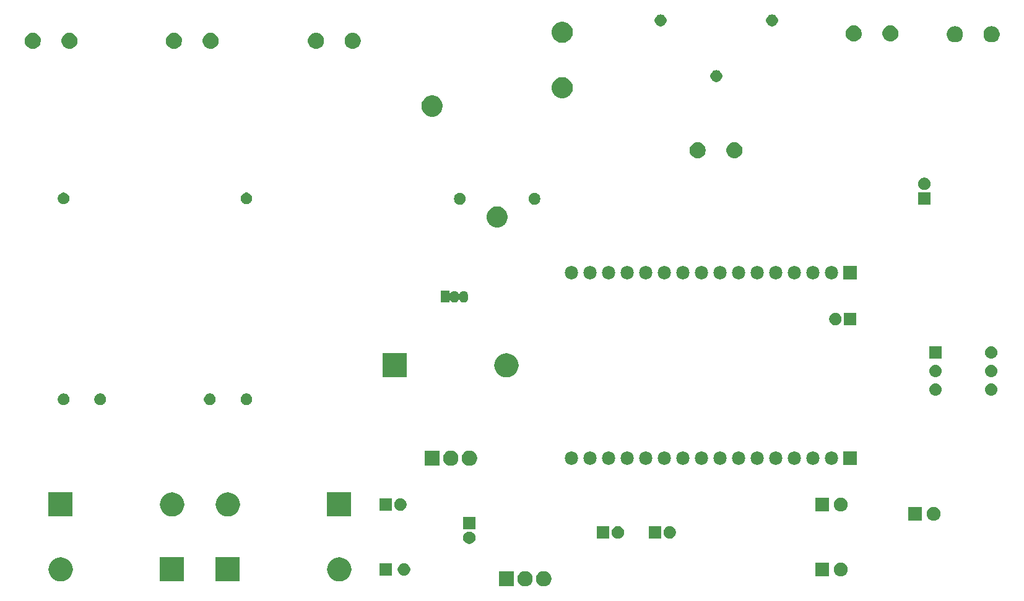
<source format=gbr>
G04 #@! TF.GenerationSoftware,KiCad,Pcbnew,(5.0.1)-4*
G04 #@! TF.CreationDate,2021-06-16T15:33:18+02:00*
G04 #@! TF.ProjectId,IOT SMART SWITCH,494F5420534D41525420535749544348,1.0*
G04 #@! TF.SameCoordinates,Original*
G04 #@! TF.FileFunction,Soldermask,Bot*
G04 #@! TF.FilePolarity,Negative*
%FSLAX46Y46*%
G04 Gerber Fmt 4.6, Leading zero omitted, Abs format (unit mm)*
G04 Created by KiCad (PCBNEW (5.0.1)-4) date 2021/06/16 15:33:18*
%MOMM*%
%LPD*%
G01*
G04 APERTURE LIST*
%ADD10C,0.100000*%
G04 APERTURE END LIST*
D10*
G36*
X146259196Y-118358228D02*
X146363649Y-118379005D01*
X146383906Y-118387396D01*
X146553098Y-118457477D01*
X146723602Y-118571404D01*
X146868596Y-118716398D01*
X146982523Y-118886902D01*
X147060995Y-119076352D01*
X147101000Y-119277469D01*
X147101000Y-119482531D01*
X147060995Y-119683648D01*
X146982523Y-119873098D01*
X146868596Y-120043602D01*
X146723602Y-120188596D01*
X146553098Y-120302523D01*
X146419137Y-120358011D01*
X146363649Y-120380995D01*
X146263089Y-120400998D01*
X146162531Y-120421000D01*
X145957469Y-120421000D01*
X145856911Y-120400998D01*
X145756351Y-120380995D01*
X145700863Y-120358011D01*
X145566902Y-120302523D01*
X145396398Y-120188596D01*
X145251404Y-120043602D01*
X145137477Y-119873098D01*
X145059005Y-119683648D01*
X145019000Y-119482531D01*
X145019000Y-119277469D01*
X145059005Y-119076352D01*
X145137477Y-118886902D01*
X145251404Y-118716398D01*
X145396398Y-118571404D01*
X145566902Y-118457477D01*
X145736094Y-118387396D01*
X145756351Y-118379005D01*
X145860804Y-118358228D01*
X145957469Y-118339000D01*
X146162531Y-118339000D01*
X146259196Y-118358228D01*
X146259196Y-118358228D01*
G37*
G36*
X148809196Y-118358228D02*
X148913649Y-118379005D01*
X148933906Y-118387396D01*
X149103098Y-118457477D01*
X149273602Y-118571404D01*
X149418596Y-118716398D01*
X149532523Y-118886902D01*
X149610995Y-119076352D01*
X149651000Y-119277469D01*
X149651000Y-119482531D01*
X149610995Y-119683648D01*
X149532523Y-119873098D01*
X149418596Y-120043602D01*
X149273602Y-120188596D01*
X149103098Y-120302523D01*
X148969137Y-120358011D01*
X148913649Y-120380995D01*
X148813089Y-120400998D01*
X148712531Y-120421000D01*
X148507469Y-120421000D01*
X148406911Y-120400998D01*
X148306351Y-120380995D01*
X148250863Y-120358011D01*
X148116902Y-120302523D01*
X147946398Y-120188596D01*
X147801404Y-120043602D01*
X147687477Y-119873098D01*
X147609005Y-119683648D01*
X147569000Y-119482531D01*
X147569000Y-119277469D01*
X147609005Y-119076352D01*
X147687477Y-118886902D01*
X147801404Y-118716398D01*
X147946398Y-118571404D01*
X148116902Y-118457477D01*
X148286094Y-118387396D01*
X148306351Y-118379005D01*
X148410804Y-118358228D01*
X148507469Y-118339000D01*
X148712531Y-118339000D01*
X148809196Y-118358228D01*
X148809196Y-118358228D01*
G37*
G36*
X144551000Y-120421000D02*
X142469000Y-120421000D01*
X142469000Y-118339000D01*
X144551000Y-118339000D01*
X144551000Y-120421000D01*
X144551000Y-120421000D01*
G37*
G36*
X99441000Y-119761000D02*
X96139000Y-119761000D01*
X96139000Y-116459000D01*
X99441000Y-116459000D01*
X99441000Y-119761000D01*
X99441000Y-119761000D01*
G37*
G36*
X120973654Y-116482888D02*
X121284865Y-116577294D01*
X121571686Y-116730603D01*
X121823082Y-116936918D01*
X122029397Y-117188314D01*
X122182706Y-117475135D01*
X122277112Y-117786346D01*
X122308988Y-118110000D01*
X122277112Y-118433654D01*
X122182706Y-118744865D01*
X122029397Y-119031686D01*
X121823082Y-119283082D01*
X121571686Y-119489397D01*
X121284865Y-119642706D01*
X120973654Y-119737112D01*
X120731107Y-119761000D01*
X120568893Y-119761000D01*
X120326346Y-119737112D01*
X120015135Y-119642706D01*
X119728314Y-119489397D01*
X119476918Y-119283082D01*
X119270603Y-119031686D01*
X119117294Y-118744865D01*
X119022888Y-118433654D01*
X118991012Y-118110000D01*
X119022888Y-117786346D01*
X119117294Y-117475135D01*
X119270603Y-117188314D01*
X119476918Y-116936918D01*
X119728314Y-116730603D01*
X120015135Y-116577294D01*
X120326346Y-116482888D01*
X120568893Y-116459000D01*
X120731107Y-116459000D01*
X120973654Y-116482888D01*
X120973654Y-116482888D01*
G37*
G36*
X82873654Y-116482888D02*
X83184865Y-116577294D01*
X83471686Y-116730603D01*
X83723082Y-116936918D01*
X83929397Y-117188314D01*
X84082706Y-117475135D01*
X84177112Y-117786346D01*
X84208988Y-118110000D01*
X84177112Y-118433654D01*
X84082706Y-118744865D01*
X83929397Y-119031686D01*
X83723082Y-119283082D01*
X83471686Y-119489397D01*
X83184865Y-119642706D01*
X82873654Y-119737112D01*
X82631107Y-119761000D01*
X82468893Y-119761000D01*
X82226346Y-119737112D01*
X81915135Y-119642706D01*
X81628314Y-119489397D01*
X81376918Y-119283082D01*
X81170603Y-119031686D01*
X81017294Y-118744865D01*
X80922888Y-118433654D01*
X80891012Y-118110000D01*
X80922888Y-117786346D01*
X81017294Y-117475135D01*
X81170603Y-117188314D01*
X81376918Y-116936918D01*
X81628314Y-116730603D01*
X81915135Y-116577294D01*
X82226346Y-116482888D01*
X82468893Y-116459000D01*
X82631107Y-116459000D01*
X82873654Y-116482888D01*
X82873654Y-116482888D01*
G37*
G36*
X107061000Y-119761000D02*
X103759000Y-119761000D01*
X103759000Y-116459000D01*
X107061000Y-116459000D01*
X107061000Y-119761000D01*
X107061000Y-119761000D01*
G37*
G36*
X189507396Y-117195546D02*
X189680466Y-117267234D01*
X189836230Y-117371312D01*
X189968688Y-117503770D01*
X190072766Y-117659534D01*
X190144454Y-117832604D01*
X190181000Y-118016333D01*
X190181000Y-118203667D01*
X190144454Y-118387396D01*
X190072766Y-118560466D01*
X189968688Y-118716230D01*
X189836230Y-118848688D01*
X189680466Y-118952766D01*
X189507396Y-119024454D01*
X189323667Y-119061000D01*
X189136333Y-119061000D01*
X188952604Y-119024454D01*
X188779534Y-118952766D01*
X188623770Y-118848688D01*
X188491312Y-118716230D01*
X188387234Y-118560466D01*
X188315546Y-118387396D01*
X188279000Y-118203667D01*
X188279000Y-118016333D01*
X188315546Y-117832604D01*
X188387234Y-117659534D01*
X188491312Y-117503770D01*
X188623770Y-117371312D01*
X188779534Y-117267234D01*
X188952604Y-117195546D01*
X189136333Y-117159000D01*
X189323667Y-117159000D01*
X189507396Y-117195546D01*
X189507396Y-117195546D01*
G37*
G36*
X187641000Y-119061000D02*
X185739000Y-119061000D01*
X185739000Y-117159000D01*
X187641000Y-117159000D01*
X187641000Y-119061000D01*
X187641000Y-119061000D01*
G37*
G36*
X127851000Y-118961000D02*
X126149000Y-118961000D01*
X126149000Y-117259000D01*
X127851000Y-117259000D01*
X127851000Y-118961000D01*
X127851000Y-118961000D01*
G37*
G36*
X129748228Y-117291703D02*
X129903100Y-117355853D01*
X130042481Y-117448985D01*
X130161015Y-117567519D01*
X130254147Y-117706900D01*
X130318297Y-117861772D01*
X130351000Y-118026184D01*
X130351000Y-118193816D01*
X130318297Y-118358228D01*
X130254147Y-118513100D01*
X130161015Y-118652481D01*
X130042481Y-118771015D01*
X129903100Y-118864147D01*
X129748228Y-118928297D01*
X129583816Y-118961000D01*
X129416184Y-118961000D01*
X129251772Y-118928297D01*
X129096900Y-118864147D01*
X128957519Y-118771015D01*
X128838985Y-118652481D01*
X128745853Y-118513100D01*
X128681703Y-118358228D01*
X128649000Y-118193816D01*
X128649000Y-118026184D01*
X128681703Y-117861772D01*
X128745853Y-117706900D01*
X128838985Y-117567519D01*
X128957519Y-117448985D01*
X129096900Y-117355853D01*
X129251772Y-117291703D01*
X129416184Y-117259000D01*
X129583816Y-117259000D01*
X129748228Y-117291703D01*
X129748228Y-117291703D01*
G37*
G36*
X138678228Y-112941703D02*
X138833100Y-113005853D01*
X138972481Y-113098985D01*
X139091015Y-113217519D01*
X139184147Y-113356900D01*
X139248297Y-113511772D01*
X139281000Y-113676184D01*
X139281000Y-113843816D01*
X139248297Y-114008228D01*
X139184147Y-114163100D01*
X139091015Y-114302481D01*
X138972481Y-114421015D01*
X138833100Y-114514147D01*
X138678228Y-114578297D01*
X138513816Y-114611000D01*
X138346184Y-114611000D01*
X138181772Y-114578297D01*
X138026900Y-114514147D01*
X137887519Y-114421015D01*
X137768985Y-114302481D01*
X137675853Y-114163100D01*
X137611703Y-114008228D01*
X137579000Y-113843816D01*
X137579000Y-113676184D01*
X137611703Y-113511772D01*
X137675853Y-113356900D01*
X137768985Y-113217519D01*
X137887519Y-113098985D01*
X138026900Y-113005853D01*
X138181772Y-112941703D01*
X138346184Y-112909000D01*
X138513816Y-112909000D01*
X138678228Y-112941703D01*
X138678228Y-112941703D01*
G37*
G36*
X166078228Y-112211703D02*
X166233100Y-112275853D01*
X166372481Y-112368985D01*
X166491015Y-112487519D01*
X166584147Y-112626900D01*
X166648297Y-112781772D01*
X166681000Y-112946184D01*
X166681000Y-113113816D01*
X166648297Y-113278228D01*
X166584147Y-113433100D01*
X166491015Y-113572481D01*
X166372481Y-113691015D01*
X166233100Y-113784147D01*
X166078228Y-113848297D01*
X165913816Y-113881000D01*
X165746184Y-113881000D01*
X165581772Y-113848297D01*
X165426900Y-113784147D01*
X165287519Y-113691015D01*
X165168985Y-113572481D01*
X165075853Y-113433100D01*
X165011703Y-113278228D01*
X164979000Y-113113816D01*
X164979000Y-112946184D01*
X165011703Y-112781772D01*
X165075853Y-112626900D01*
X165168985Y-112487519D01*
X165287519Y-112368985D01*
X165426900Y-112275853D01*
X165581772Y-112211703D01*
X165746184Y-112179000D01*
X165913816Y-112179000D01*
X166078228Y-112211703D01*
X166078228Y-112211703D01*
G37*
G36*
X164681000Y-113881000D02*
X162979000Y-113881000D01*
X162979000Y-112179000D01*
X164681000Y-112179000D01*
X164681000Y-113881000D01*
X164681000Y-113881000D01*
G37*
G36*
X158998228Y-112211703D02*
X159153100Y-112275853D01*
X159292481Y-112368985D01*
X159411015Y-112487519D01*
X159504147Y-112626900D01*
X159568297Y-112781772D01*
X159601000Y-112946184D01*
X159601000Y-113113816D01*
X159568297Y-113278228D01*
X159504147Y-113433100D01*
X159411015Y-113572481D01*
X159292481Y-113691015D01*
X159153100Y-113784147D01*
X158998228Y-113848297D01*
X158833816Y-113881000D01*
X158666184Y-113881000D01*
X158501772Y-113848297D01*
X158346900Y-113784147D01*
X158207519Y-113691015D01*
X158088985Y-113572481D01*
X157995853Y-113433100D01*
X157931703Y-113278228D01*
X157899000Y-113113816D01*
X157899000Y-112946184D01*
X157931703Y-112781772D01*
X157995853Y-112626900D01*
X158088985Y-112487519D01*
X158207519Y-112368985D01*
X158346900Y-112275853D01*
X158501772Y-112211703D01*
X158666184Y-112179000D01*
X158833816Y-112179000D01*
X158998228Y-112211703D01*
X158998228Y-112211703D01*
G37*
G36*
X157601000Y-113881000D02*
X155899000Y-113881000D01*
X155899000Y-112179000D01*
X157601000Y-112179000D01*
X157601000Y-113881000D01*
X157601000Y-113881000D01*
G37*
G36*
X139281000Y-112611000D02*
X137579000Y-112611000D01*
X137579000Y-110909000D01*
X139281000Y-110909000D01*
X139281000Y-112611000D01*
X139281000Y-112611000D01*
G37*
G36*
X202207396Y-109575546D02*
X202380466Y-109647234D01*
X202536230Y-109751312D01*
X202668688Y-109883770D01*
X202772766Y-110039534D01*
X202844454Y-110212604D01*
X202881000Y-110396333D01*
X202881000Y-110583667D01*
X202844454Y-110767396D01*
X202772766Y-110940466D01*
X202668688Y-111096230D01*
X202536230Y-111228688D01*
X202380466Y-111332766D01*
X202207396Y-111404454D01*
X202023667Y-111441000D01*
X201836333Y-111441000D01*
X201652604Y-111404454D01*
X201479534Y-111332766D01*
X201323770Y-111228688D01*
X201191312Y-111096230D01*
X201087234Y-110940466D01*
X201015546Y-110767396D01*
X200979000Y-110583667D01*
X200979000Y-110396333D01*
X201015546Y-110212604D01*
X201087234Y-110039534D01*
X201191312Y-109883770D01*
X201323770Y-109751312D01*
X201479534Y-109647234D01*
X201652604Y-109575546D01*
X201836333Y-109539000D01*
X202023667Y-109539000D01*
X202207396Y-109575546D01*
X202207396Y-109575546D01*
G37*
G36*
X200341000Y-111441000D02*
X198439000Y-111441000D01*
X198439000Y-109539000D01*
X200341000Y-109539000D01*
X200341000Y-111441000D01*
X200341000Y-111441000D01*
G37*
G36*
X122301000Y-110871000D02*
X118999000Y-110871000D01*
X118999000Y-107569000D01*
X122301000Y-107569000D01*
X122301000Y-110871000D01*
X122301000Y-110871000D01*
G37*
G36*
X84201000Y-110871000D02*
X80899000Y-110871000D01*
X80899000Y-107569000D01*
X84201000Y-107569000D01*
X84201000Y-110871000D01*
X84201000Y-110871000D01*
G37*
G36*
X105733654Y-107592888D02*
X106044865Y-107687294D01*
X106331686Y-107840603D01*
X106583082Y-108046918D01*
X106789397Y-108298314D01*
X106942706Y-108585135D01*
X107037112Y-108896346D01*
X107068988Y-109220000D01*
X107037112Y-109543654D01*
X106942706Y-109854865D01*
X106789397Y-110141686D01*
X106583082Y-110393082D01*
X106331686Y-110599397D01*
X106044865Y-110752706D01*
X105733654Y-110847112D01*
X105491107Y-110871000D01*
X105328893Y-110871000D01*
X105086346Y-110847112D01*
X104775135Y-110752706D01*
X104488314Y-110599397D01*
X104236918Y-110393082D01*
X104030603Y-110141686D01*
X103877294Y-109854865D01*
X103782888Y-109543654D01*
X103751012Y-109220000D01*
X103782888Y-108896346D01*
X103877294Y-108585135D01*
X104030603Y-108298314D01*
X104236918Y-108046918D01*
X104488314Y-107840603D01*
X104775135Y-107687294D01*
X105086346Y-107592888D01*
X105328893Y-107569000D01*
X105491107Y-107569000D01*
X105733654Y-107592888D01*
X105733654Y-107592888D01*
G37*
G36*
X98113654Y-107592888D02*
X98424865Y-107687294D01*
X98711686Y-107840603D01*
X98963082Y-108046918D01*
X99169397Y-108298314D01*
X99322706Y-108585135D01*
X99417112Y-108896346D01*
X99448988Y-109220000D01*
X99417112Y-109543654D01*
X99322706Y-109854865D01*
X99169397Y-110141686D01*
X98963082Y-110393082D01*
X98711686Y-110599397D01*
X98424865Y-110752706D01*
X98113654Y-110847112D01*
X97871107Y-110871000D01*
X97708893Y-110871000D01*
X97466346Y-110847112D01*
X97155135Y-110752706D01*
X96868314Y-110599397D01*
X96616918Y-110393082D01*
X96410603Y-110141686D01*
X96257294Y-109854865D01*
X96162888Y-109543654D01*
X96131012Y-109220000D01*
X96162888Y-108896346D01*
X96257294Y-108585135D01*
X96410603Y-108298314D01*
X96616918Y-108046918D01*
X96868314Y-107840603D01*
X97155135Y-107687294D01*
X97466346Y-107592888D01*
X97708893Y-107569000D01*
X97871107Y-107569000D01*
X98113654Y-107592888D01*
X98113654Y-107592888D01*
G37*
G36*
X187641000Y-110171000D02*
X185739000Y-110171000D01*
X185739000Y-108269000D01*
X187641000Y-108269000D01*
X187641000Y-110171000D01*
X187641000Y-110171000D01*
G37*
G36*
X189507396Y-108305546D02*
X189680466Y-108377234D01*
X189836230Y-108481312D01*
X189968688Y-108613770D01*
X190072766Y-108769534D01*
X190144454Y-108942604D01*
X190181000Y-109126333D01*
X190181000Y-109313667D01*
X190144454Y-109497396D01*
X190072766Y-109670466D01*
X189968688Y-109826230D01*
X189836230Y-109958688D01*
X189680466Y-110062766D01*
X189507396Y-110134454D01*
X189323667Y-110171000D01*
X189136333Y-110171000D01*
X188952604Y-110134454D01*
X188779534Y-110062766D01*
X188623770Y-109958688D01*
X188491312Y-109826230D01*
X188387234Y-109670466D01*
X188315546Y-109497396D01*
X188279000Y-109313667D01*
X188279000Y-109126333D01*
X188315546Y-108942604D01*
X188387234Y-108769534D01*
X188491312Y-108613770D01*
X188623770Y-108481312D01*
X188779534Y-108377234D01*
X188952604Y-108305546D01*
X189136333Y-108269000D01*
X189323667Y-108269000D01*
X189507396Y-108305546D01*
X189507396Y-108305546D01*
G37*
G36*
X127851000Y-110071000D02*
X126149000Y-110071000D01*
X126149000Y-108369000D01*
X127851000Y-108369000D01*
X127851000Y-110071000D01*
X127851000Y-110071000D01*
G37*
G36*
X129248228Y-108401703D02*
X129403100Y-108465853D01*
X129542481Y-108558985D01*
X129661015Y-108677519D01*
X129754147Y-108816900D01*
X129818297Y-108971772D01*
X129851000Y-109136184D01*
X129851000Y-109303816D01*
X129818297Y-109468228D01*
X129754147Y-109623100D01*
X129661015Y-109762481D01*
X129542481Y-109881015D01*
X129403100Y-109974147D01*
X129248228Y-110038297D01*
X129083816Y-110071000D01*
X128916184Y-110071000D01*
X128751772Y-110038297D01*
X128596900Y-109974147D01*
X128457519Y-109881015D01*
X128338985Y-109762481D01*
X128245853Y-109623100D01*
X128181703Y-109468228D01*
X128149000Y-109303816D01*
X128149000Y-109136184D01*
X128181703Y-108971772D01*
X128245853Y-108816900D01*
X128338985Y-108677519D01*
X128457519Y-108558985D01*
X128596900Y-108465853D01*
X128751772Y-108401703D01*
X128916184Y-108369000D01*
X129083816Y-108369000D01*
X129248228Y-108401703D01*
X129248228Y-108401703D01*
G37*
G36*
X138653090Y-101849003D02*
X138753649Y-101869005D01*
X138809137Y-101891989D01*
X138943098Y-101947477D01*
X139113602Y-102061404D01*
X139258596Y-102206398D01*
X139372523Y-102376902D01*
X139450995Y-102566352D01*
X139491000Y-102767469D01*
X139491000Y-102972531D01*
X139450995Y-103173648D01*
X139372523Y-103363098D01*
X139258596Y-103533602D01*
X139113602Y-103678596D01*
X138943098Y-103792523D01*
X138809137Y-103848011D01*
X138753649Y-103870995D01*
X138653090Y-103890997D01*
X138552531Y-103911000D01*
X138347469Y-103911000D01*
X138246910Y-103890997D01*
X138146351Y-103870995D01*
X138090863Y-103848011D01*
X137956902Y-103792523D01*
X137786398Y-103678596D01*
X137641404Y-103533602D01*
X137527477Y-103363098D01*
X137449005Y-103173648D01*
X137409000Y-102972531D01*
X137409000Y-102767469D01*
X137449005Y-102566352D01*
X137527477Y-102376902D01*
X137641404Y-102206398D01*
X137786398Y-102061404D01*
X137956902Y-101947477D01*
X138090863Y-101891989D01*
X138146351Y-101869005D01*
X138246910Y-101849003D01*
X138347469Y-101829000D01*
X138552531Y-101829000D01*
X138653090Y-101849003D01*
X138653090Y-101849003D01*
G37*
G36*
X134391000Y-103911000D02*
X132309000Y-103911000D01*
X132309000Y-101829000D01*
X134391000Y-101829000D01*
X134391000Y-103911000D01*
X134391000Y-103911000D01*
G37*
G36*
X136103090Y-101849003D02*
X136203649Y-101869005D01*
X136259137Y-101891989D01*
X136393098Y-101947477D01*
X136563602Y-102061404D01*
X136708596Y-102206398D01*
X136822523Y-102376902D01*
X136900995Y-102566352D01*
X136941000Y-102767469D01*
X136941000Y-102972531D01*
X136900995Y-103173648D01*
X136822523Y-103363098D01*
X136708596Y-103533602D01*
X136563602Y-103678596D01*
X136393098Y-103792523D01*
X136259137Y-103848011D01*
X136203649Y-103870995D01*
X136103090Y-103890997D01*
X136002531Y-103911000D01*
X135797469Y-103911000D01*
X135696910Y-103890997D01*
X135596351Y-103870995D01*
X135540863Y-103848011D01*
X135406902Y-103792523D01*
X135236398Y-103678596D01*
X135091404Y-103533602D01*
X134977477Y-103363098D01*
X134899005Y-103173648D01*
X134859000Y-102972531D01*
X134859000Y-102767469D01*
X134899005Y-102566352D01*
X134977477Y-102376902D01*
X135091404Y-102206398D01*
X135236398Y-102061404D01*
X135406902Y-101947477D01*
X135540863Y-101891989D01*
X135596351Y-101869005D01*
X135696910Y-101849003D01*
X135797469Y-101829000D01*
X136002531Y-101829000D01*
X136103090Y-101849003D01*
X136103090Y-101849003D01*
G37*
G36*
X165210442Y-101975518D02*
X165276627Y-101982037D01*
X165389853Y-102016384D01*
X165446467Y-102033557D01*
X165498564Y-102061404D01*
X165602991Y-102117222D01*
X165638729Y-102146552D01*
X165740186Y-102229814D01*
X165823448Y-102331271D01*
X165852778Y-102367009D01*
X165852779Y-102367011D01*
X165936443Y-102523533D01*
X165936443Y-102523534D01*
X165987963Y-102693373D01*
X166005359Y-102870000D01*
X165987963Y-103046627D01*
X165953616Y-103159853D01*
X165936443Y-103216467D01*
X165862348Y-103355087D01*
X165852778Y-103372991D01*
X165823448Y-103408729D01*
X165740186Y-103510186D01*
X165638729Y-103593448D01*
X165602991Y-103622778D01*
X165602989Y-103622779D01*
X165446467Y-103706443D01*
X165389853Y-103723616D01*
X165276627Y-103757963D01*
X165210443Y-103764481D01*
X165144260Y-103771000D01*
X165055740Y-103771000D01*
X164989557Y-103764481D01*
X164923373Y-103757963D01*
X164810147Y-103723616D01*
X164753533Y-103706443D01*
X164597011Y-103622779D01*
X164597009Y-103622778D01*
X164561271Y-103593448D01*
X164459814Y-103510186D01*
X164376552Y-103408729D01*
X164347222Y-103372991D01*
X164337652Y-103355087D01*
X164263557Y-103216467D01*
X164246384Y-103159853D01*
X164212037Y-103046627D01*
X164194641Y-102870000D01*
X164212037Y-102693373D01*
X164263557Y-102523534D01*
X164263557Y-102523533D01*
X164347221Y-102367011D01*
X164347222Y-102367009D01*
X164376552Y-102331271D01*
X164459814Y-102229814D01*
X164561271Y-102146552D01*
X164597009Y-102117222D01*
X164701436Y-102061404D01*
X164753533Y-102033557D01*
X164810147Y-102016384D01*
X164923373Y-101982037D01*
X164989558Y-101975518D01*
X165055740Y-101969000D01*
X165144260Y-101969000D01*
X165210442Y-101975518D01*
X165210442Y-101975518D01*
G37*
G36*
X188070442Y-101975518D02*
X188136627Y-101982037D01*
X188249853Y-102016384D01*
X188306467Y-102033557D01*
X188358564Y-102061404D01*
X188462991Y-102117222D01*
X188498729Y-102146552D01*
X188600186Y-102229814D01*
X188683448Y-102331271D01*
X188712778Y-102367009D01*
X188712779Y-102367011D01*
X188796443Y-102523533D01*
X188796443Y-102523534D01*
X188847963Y-102693373D01*
X188865359Y-102870000D01*
X188847963Y-103046627D01*
X188813616Y-103159853D01*
X188796443Y-103216467D01*
X188722348Y-103355087D01*
X188712778Y-103372991D01*
X188683448Y-103408729D01*
X188600186Y-103510186D01*
X188498729Y-103593448D01*
X188462991Y-103622778D01*
X188462989Y-103622779D01*
X188306467Y-103706443D01*
X188249853Y-103723616D01*
X188136627Y-103757963D01*
X188070443Y-103764481D01*
X188004260Y-103771000D01*
X187915740Y-103771000D01*
X187849557Y-103764481D01*
X187783373Y-103757963D01*
X187670147Y-103723616D01*
X187613533Y-103706443D01*
X187457011Y-103622779D01*
X187457009Y-103622778D01*
X187421271Y-103593448D01*
X187319814Y-103510186D01*
X187236552Y-103408729D01*
X187207222Y-103372991D01*
X187197652Y-103355087D01*
X187123557Y-103216467D01*
X187106384Y-103159853D01*
X187072037Y-103046627D01*
X187054641Y-102870000D01*
X187072037Y-102693373D01*
X187123557Y-102523534D01*
X187123557Y-102523533D01*
X187207221Y-102367011D01*
X187207222Y-102367009D01*
X187236552Y-102331271D01*
X187319814Y-102229814D01*
X187421271Y-102146552D01*
X187457009Y-102117222D01*
X187561436Y-102061404D01*
X187613533Y-102033557D01*
X187670147Y-102016384D01*
X187783373Y-101982037D01*
X187849558Y-101975518D01*
X187915740Y-101969000D01*
X188004260Y-101969000D01*
X188070442Y-101975518D01*
X188070442Y-101975518D01*
G37*
G36*
X185530442Y-101975518D02*
X185596627Y-101982037D01*
X185709853Y-102016384D01*
X185766467Y-102033557D01*
X185818564Y-102061404D01*
X185922991Y-102117222D01*
X185958729Y-102146552D01*
X186060186Y-102229814D01*
X186143448Y-102331271D01*
X186172778Y-102367009D01*
X186172779Y-102367011D01*
X186256443Y-102523533D01*
X186256443Y-102523534D01*
X186307963Y-102693373D01*
X186325359Y-102870000D01*
X186307963Y-103046627D01*
X186273616Y-103159853D01*
X186256443Y-103216467D01*
X186182348Y-103355087D01*
X186172778Y-103372991D01*
X186143448Y-103408729D01*
X186060186Y-103510186D01*
X185958729Y-103593448D01*
X185922991Y-103622778D01*
X185922989Y-103622779D01*
X185766467Y-103706443D01*
X185709853Y-103723616D01*
X185596627Y-103757963D01*
X185530443Y-103764481D01*
X185464260Y-103771000D01*
X185375740Y-103771000D01*
X185309557Y-103764481D01*
X185243373Y-103757963D01*
X185130147Y-103723616D01*
X185073533Y-103706443D01*
X184917011Y-103622779D01*
X184917009Y-103622778D01*
X184881271Y-103593448D01*
X184779814Y-103510186D01*
X184696552Y-103408729D01*
X184667222Y-103372991D01*
X184657652Y-103355087D01*
X184583557Y-103216467D01*
X184566384Y-103159853D01*
X184532037Y-103046627D01*
X184514641Y-102870000D01*
X184532037Y-102693373D01*
X184583557Y-102523534D01*
X184583557Y-102523533D01*
X184667221Y-102367011D01*
X184667222Y-102367009D01*
X184696552Y-102331271D01*
X184779814Y-102229814D01*
X184881271Y-102146552D01*
X184917009Y-102117222D01*
X185021436Y-102061404D01*
X185073533Y-102033557D01*
X185130147Y-102016384D01*
X185243373Y-101982037D01*
X185309558Y-101975518D01*
X185375740Y-101969000D01*
X185464260Y-101969000D01*
X185530442Y-101975518D01*
X185530442Y-101975518D01*
G37*
G36*
X182990442Y-101975518D02*
X183056627Y-101982037D01*
X183169853Y-102016384D01*
X183226467Y-102033557D01*
X183278564Y-102061404D01*
X183382991Y-102117222D01*
X183418729Y-102146552D01*
X183520186Y-102229814D01*
X183603448Y-102331271D01*
X183632778Y-102367009D01*
X183632779Y-102367011D01*
X183716443Y-102523533D01*
X183716443Y-102523534D01*
X183767963Y-102693373D01*
X183785359Y-102870000D01*
X183767963Y-103046627D01*
X183733616Y-103159853D01*
X183716443Y-103216467D01*
X183642348Y-103355087D01*
X183632778Y-103372991D01*
X183603448Y-103408729D01*
X183520186Y-103510186D01*
X183418729Y-103593448D01*
X183382991Y-103622778D01*
X183382989Y-103622779D01*
X183226467Y-103706443D01*
X183169853Y-103723616D01*
X183056627Y-103757963D01*
X182990443Y-103764481D01*
X182924260Y-103771000D01*
X182835740Y-103771000D01*
X182769557Y-103764481D01*
X182703373Y-103757963D01*
X182590147Y-103723616D01*
X182533533Y-103706443D01*
X182377011Y-103622779D01*
X182377009Y-103622778D01*
X182341271Y-103593448D01*
X182239814Y-103510186D01*
X182156552Y-103408729D01*
X182127222Y-103372991D01*
X182117652Y-103355087D01*
X182043557Y-103216467D01*
X182026384Y-103159853D01*
X181992037Y-103046627D01*
X181974641Y-102870000D01*
X181992037Y-102693373D01*
X182043557Y-102523534D01*
X182043557Y-102523533D01*
X182127221Y-102367011D01*
X182127222Y-102367009D01*
X182156552Y-102331271D01*
X182239814Y-102229814D01*
X182341271Y-102146552D01*
X182377009Y-102117222D01*
X182481436Y-102061404D01*
X182533533Y-102033557D01*
X182590147Y-102016384D01*
X182703373Y-101982037D01*
X182769558Y-101975518D01*
X182835740Y-101969000D01*
X182924260Y-101969000D01*
X182990442Y-101975518D01*
X182990442Y-101975518D01*
G37*
G36*
X180450442Y-101975518D02*
X180516627Y-101982037D01*
X180629853Y-102016384D01*
X180686467Y-102033557D01*
X180738564Y-102061404D01*
X180842991Y-102117222D01*
X180878729Y-102146552D01*
X180980186Y-102229814D01*
X181063448Y-102331271D01*
X181092778Y-102367009D01*
X181092779Y-102367011D01*
X181176443Y-102523533D01*
X181176443Y-102523534D01*
X181227963Y-102693373D01*
X181245359Y-102870000D01*
X181227963Y-103046627D01*
X181193616Y-103159853D01*
X181176443Y-103216467D01*
X181102348Y-103355087D01*
X181092778Y-103372991D01*
X181063448Y-103408729D01*
X180980186Y-103510186D01*
X180878729Y-103593448D01*
X180842991Y-103622778D01*
X180842989Y-103622779D01*
X180686467Y-103706443D01*
X180629853Y-103723616D01*
X180516627Y-103757963D01*
X180450443Y-103764481D01*
X180384260Y-103771000D01*
X180295740Y-103771000D01*
X180229557Y-103764481D01*
X180163373Y-103757963D01*
X180050147Y-103723616D01*
X179993533Y-103706443D01*
X179837011Y-103622779D01*
X179837009Y-103622778D01*
X179801271Y-103593448D01*
X179699814Y-103510186D01*
X179616552Y-103408729D01*
X179587222Y-103372991D01*
X179577652Y-103355087D01*
X179503557Y-103216467D01*
X179486384Y-103159853D01*
X179452037Y-103046627D01*
X179434641Y-102870000D01*
X179452037Y-102693373D01*
X179503557Y-102523534D01*
X179503557Y-102523533D01*
X179587221Y-102367011D01*
X179587222Y-102367009D01*
X179616552Y-102331271D01*
X179699814Y-102229814D01*
X179801271Y-102146552D01*
X179837009Y-102117222D01*
X179941436Y-102061404D01*
X179993533Y-102033557D01*
X180050147Y-102016384D01*
X180163373Y-101982037D01*
X180229558Y-101975518D01*
X180295740Y-101969000D01*
X180384260Y-101969000D01*
X180450442Y-101975518D01*
X180450442Y-101975518D01*
G37*
G36*
X177910442Y-101975518D02*
X177976627Y-101982037D01*
X178089853Y-102016384D01*
X178146467Y-102033557D01*
X178198564Y-102061404D01*
X178302991Y-102117222D01*
X178338729Y-102146552D01*
X178440186Y-102229814D01*
X178523448Y-102331271D01*
X178552778Y-102367009D01*
X178552779Y-102367011D01*
X178636443Y-102523533D01*
X178636443Y-102523534D01*
X178687963Y-102693373D01*
X178705359Y-102870000D01*
X178687963Y-103046627D01*
X178653616Y-103159853D01*
X178636443Y-103216467D01*
X178562348Y-103355087D01*
X178552778Y-103372991D01*
X178523448Y-103408729D01*
X178440186Y-103510186D01*
X178338729Y-103593448D01*
X178302991Y-103622778D01*
X178302989Y-103622779D01*
X178146467Y-103706443D01*
X178089853Y-103723616D01*
X177976627Y-103757963D01*
X177910443Y-103764481D01*
X177844260Y-103771000D01*
X177755740Y-103771000D01*
X177689557Y-103764481D01*
X177623373Y-103757963D01*
X177510147Y-103723616D01*
X177453533Y-103706443D01*
X177297011Y-103622779D01*
X177297009Y-103622778D01*
X177261271Y-103593448D01*
X177159814Y-103510186D01*
X177076552Y-103408729D01*
X177047222Y-103372991D01*
X177037652Y-103355087D01*
X176963557Y-103216467D01*
X176946384Y-103159853D01*
X176912037Y-103046627D01*
X176894641Y-102870000D01*
X176912037Y-102693373D01*
X176963557Y-102523534D01*
X176963557Y-102523533D01*
X177047221Y-102367011D01*
X177047222Y-102367009D01*
X177076552Y-102331271D01*
X177159814Y-102229814D01*
X177261271Y-102146552D01*
X177297009Y-102117222D01*
X177401436Y-102061404D01*
X177453533Y-102033557D01*
X177510147Y-102016384D01*
X177623373Y-101982037D01*
X177689558Y-101975518D01*
X177755740Y-101969000D01*
X177844260Y-101969000D01*
X177910442Y-101975518D01*
X177910442Y-101975518D01*
G37*
G36*
X175370442Y-101975518D02*
X175436627Y-101982037D01*
X175549853Y-102016384D01*
X175606467Y-102033557D01*
X175658564Y-102061404D01*
X175762991Y-102117222D01*
X175798729Y-102146552D01*
X175900186Y-102229814D01*
X175983448Y-102331271D01*
X176012778Y-102367009D01*
X176012779Y-102367011D01*
X176096443Y-102523533D01*
X176096443Y-102523534D01*
X176147963Y-102693373D01*
X176165359Y-102870000D01*
X176147963Y-103046627D01*
X176113616Y-103159853D01*
X176096443Y-103216467D01*
X176022348Y-103355087D01*
X176012778Y-103372991D01*
X175983448Y-103408729D01*
X175900186Y-103510186D01*
X175798729Y-103593448D01*
X175762991Y-103622778D01*
X175762989Y-103622779D01*
X175606467Y-103706443D01*
X175549853Y-103723616D01*
X175436627Y-103757963D01*
X175370443Y-103764481D01*
X175304260Y-103771000D01*
X175215740Y-103771000D01*
X175149557Y-103764481D01*
X175083373Y-103757963D01*
X174970147Y-103723616D01*
X174913533Y-103706443D01*
X174757011Y-103622779D01*
X174757009Y-103622778D01*
X174721271Y-103593448D01*
X174619814Y-103510186D01*
X174536552Y-103408729D01*
X174507222Y-103372991D01*
X174497652Y-103355087D01*
X174423557Y-103216467D01*
X174406384Y-103159853D01*
X174372037Y-103046627D01*
X174354641Y-102870000D01*
X174372037Y-102693373D01*
X174423557Y-102523534D01*
X174423557Y-102523533D01*
X174507221Y-102367011D01*
X174507222Y-102367009D01*
X174536552Y-102331271D01*
X174619814Y-102229814D01*
X174721271Y-102146552D01*
X174757009Y-102117222D01*
X174861436Y-102061404D01*
X174913533Y-102033557D01*
X174970147Y-102016384D01*
X175083373Y-101982037D01*
X175149558Y-101975518D01*
X175215740Y-101969000D01*
X175304260Y-101969000D01*
X175370442Y-101975518D01*
X175370442Y-101975518D01*
G37*
G36*
X172830442Y-101975518D02*
X172896627Y-101982037D01*
X173009853Y-102016384D01*
X173066467Y-102033557D01*
X173118564Y-102061404D01*
X173222991Y-102117222D01*
X173258729Y-102146552D01*
X173360186Y-102229814D01*
X173443448Y-102331271D01*
X173472778Y-102367009D01*
X173472779Y-102367011D01*
X173556443Y-102523533D01*
X173556443Y-102523534D01*
X173607963Y-102693373D01*
X173625359Y-102870000D01*
X173607963Y-103046627D01*
X173573616Y-103159853D01*
X173556443Y-103216467D01*
X173482348Y-103355087D01*
X173472778Y-103372991D01*
X173443448Y-103408729D01*
X173360186Y-103510186D01*
X173258729Y-103593448D01*
X173222991Y-103622778D01*
X173222989Y-103622779D01*
X173066467Y-103706443D01*
X173009853Y-103723616D01*
X172896627Y-103757963D01*
X172830443Y-103764481D01*
X172764260Y-103771000D01*
X172675740Y-103771000D01*
X172609557Y-103764481D01*
X172543373Y-103757963D01*
X172430147Y-103723616D01*
X172373533Y-103706443D01*
X172217011Y-103622779D01*
X172217009Y-103622778D01*
X172181271Y-103593448D01*
X172079814Y-103510186D01*
X171996552Y-103408729D01*
X171967222Y-103372991D01*
X171957652Y-103355087D01*
X171883557Y-103216467D01*
X171866384Y-103159853D01*
X171832037Y-103046627D01*
X171814641Y-102870000D01*
X171832037Y-102693373D01*
X171883557Y-102523534D01*
X171883557Y-102523533D01*
X171967221Y-102367011D01*
X171967222Y-102367009D01*
X171996552Y-102331271D01*
X172079814Y-102229814D01*
X172181271Y-102146552D01*
X172217009Y-102117222D01*
X172321436Y-102061404D01*
X172373533Y-102033557D01*
X172430147Y-102016384D01*
X172543373Y-101982037D01*
X172609558Y-101975518D01*
X172675740Y-101969000D01*
X172764260Y-101969000D01*
X172830442Y-101975518D01*
X172830442Y-101975518D01*
G37*
G36*
X170290442Y-101975518D02*
X170356627Y-101982037D01*
X170469853Y-102016384D01*
X170526467Y-102033557D01*
X170578564Y-102061404D01*
X170682991Y-102117222D01*
X170718729Y-102146552D01*
X170820186Y-102229814D01*
X170903448Y-102331271D01*
X170932778Y-102367009D01*
X170932779Y-102367011D01*
X171016443Y-102523533D01*
X171016443Y-102523534D01*
X171067963Y-102693373D01*
X171085359Y-102870000D01*
X171067963Y-103046627D01*
X171033616Y-103159853D01*
X171016443Y-103216467D01*
X170942348Y-103355087D01*
X170932778Y-103372991D01*
X170903448Y-103408729D01*
X170820186Y-103510186D01*
X170718729Y-103593448D01*
X170682991Y-103622778D01*
X170682989Y-103622779D01*
X170526467Y-103706443D01*
X170469853Y-103723616D01*
X170356627Y-103757963D01*
X170290443Y-103764481D01*
X170224260Y-103771000D01*
X170135740Y-103771000D01*
X170069557Y-103764481D01*
X170003373Y-103757963D01*
X169890147Y-103723616D01*
X169833533Y-103706443D01*
X169677011Y-103622779D01*
X169677009Y-103622778D01*
X169641271Y-103593448D01*
X169539814Y-103510186D01*
X169456552Y-103408729D01*
X169427222Y-103372991D01*
X169417652Y-103355087D01*
X169343557Y-103216467D01*
X169326384Y-103159853D01*
X169292037Y-103046627D01*
X169274641Y-102870000D01*
X169292037Y-102693373D01*
X169343557Y-102523534D01*
X169343557Y-102523533D01*
X169427221Y-102367011D01*
X169427222Y-102367009D01*
X169456552Y-102331271D01*
X169539814Y-102229814D01*
X169641271Y-102146552D01*
X169677009Y-102117222D01*
X169781436Y-102061404D01*
X169833533Y-102033557D01*
X169890147Y-102016384D01*
X170003373Y-101982037D01*
X170069558Y-101975518D01*
X170135740Y-101969000D01*
X170224260Y-101969000D01*
X170290442Y-101975518D01*
X170290442Y-101975518D01*
G37*
G36*
X167750442Y-101975518D02*
X167816627Y-101982037D01*
X167929853Y-102016384D01*
X167986467Y-102033557D01*
X168038564Y-102061404D01*
X168142991Y-102117222D01*
X168178729Y-102146552D01*
X168280186Y-102229814D01*
X168363448Y-102331271D01*
X168392778Y-102367009D01*
X168392779Y-102367011D01*
X168476443Y-102523533D01*
X168476443Y-102523534D01*
X168527963Y-102693373D01*
X168545359Y-102870000D01*
X168527963Y-103046627D01*
X168493616Y-103159853D01*
X168476443Y-103216467D01*
X168402348Y-103355087D01*
X168392778Y-103372991D01*
X168363448Y-103408729D01*
X168280186Y-103510186D01*
X168178729Y-103593448D01*
X168142991Y-103622778D01*
X168142989Y-103622779D01*
X167986467Y-103706443D01*
X167929853Y-103723616D01*
X167816627Y-103757963D01*
X167750443Y-103764481D01*
X167684260Y-103771000D01*
X167595740Y-103771000D01*
X167529557Y-103764481D01*
X167463373Y-103757963D01*
X167350147Y-103723616D01*
X167293533Y-103706443D01*
X167137011Y-103622779D01*
X167137009Y-103622778D01*
X167101271Y-103593448D01*
X166999814Y-103510186D01*
X166916552Y-103408729D01*
X166887222Y-103372991D01*
X166877652Y-103355087D01*
X166803557Y-103216467D01*
X166786384Y-103159853D01*
X166752037Y-103046627D01*
X166734641Y-102870000D01*
X166752037Y-102693373D01*
X166803557Y-102523534D01*
X166803557Y-102523533D01*
X166887221Y-102367011D01*
X166887222Y-102367009D01*
X166916552Y-102331271D01*
X166999814Y-102229814D01*
X167101271Y-102146552D01*
X167137009Y-102117222D01*
X167241436Y-102061404D01*
X167293533Y-102033557D01*
X167350147Y-102016384D01*
X167463373Y-101982037D01*
X167529558Y-101975518D01*
X167595740Y-101969000D01*
X167684260Y-101969000D01*
X167750442Y-101975518D01*
X167750442Y-101975518D01*
G37*
G36*
X162670442Y-101975518D02*
X162736627Y-101982037D01*
X162849853Y-102016384D01*
X162906467Y-102033557D01*
X162958564Y-102061404D01*
X163062991Y-102117222D01*
X163098729Y-102146552D01*
X163200186Y-102229814D01*
X163283448Y-102331271D01*
X163312778Y-102367009D01*
X163312779Y-102367011D01*
X163396443Y-102523533D01*
X163396443Y-102523534D01*
X163447963Y-102693373D01*
X163465359Y-102870000D01*
X163447963Y-103046627D01*
X163413616Y-103159853D01*
X163396443Y-103216467D01*
X163322348Y-103355087D01*
X163312778Y-103372991D01*
X163283448Y-103408729D01*
X163200186Y-103510186D01*
X163098729Y-103593448D01*
X163062991Y-103622778D01*
X163062989Y-103622779D01*
X162906467Y-103706443D01*
X162849853Y-103723616D01*
X162736627Y-103757963D01*
X162670443Y-103764481D01*
X162604260Y-103771000D01*
X162515740Y-103771000D01*
X162449557Y-103764481D01*
X162383373Y-103757963D01*
X162270147Y-103723616D01*
X162213533Y-103706443D01*
X162057011Y-103622779D01*
X162057009Y-103622778D01*
X162021271Y-103593448D01*
X161919814Y-103510186D01*
X161836552Y-103408729D01*
X161807222Y-103372991D01*
X161797652Y-103355087D01*
X161723557Y-103216467D01*
X161706384Y-103159853D01*
X161672037Y-103046627D01*
X161654641Y-102870000D01*
X161672037Y-102693373D01*
X161723557Y-102523534D01*
X161723557Y-102523533D01*
X161807221Y-102367011D01*
X161807222Y-102367009D01*
X161836552Y-102331271D01*
X161919814Y-102229814D01*
X162021271Y-102146552D01*
X162057009Y-102117222D01*
X162161436Y-102061404D01*
X162213533Y-102033557D01*
X162270147Y-102016384D01*
X162383373Y-101982037D01*
X162449558Y-101975518D01*
X162515740Y-101969000D01*
X162604260Y-101969000D01*
X162670442Y-101975518D01*
X162670442Y-101975518D01*
G37*
G36*
X160130442Y-101975518D02*
X160196627Y-101982037D01*
X160309853Y-102016384D01*
X160366467Y-102033557D01*
X160418564Y-102061404D01*
X160522991Y-102117222D01*
X160558729Y-102146552D01*
X160660186Y-102229814D01*
X160743448Y-102331271D01*
X160772778Y-102367009D01*
X160772779Y-102367011D01*
X160856443Y-102523533D01*
X160856443Y-102523534D01*
X160907963Y-102693373D01*
X160925359Y-102870000D01*
X160907963Y-103046627D01*
X160873616Y-103159853D01*
X160856443Y-103216467D01*
X160782348Y-103355087D01*
X160772778Y-103372991D01*
X160743448Y-103408729D01*
X160660186Y-103510186D01*
X160558729Y-103593448D01*
X160522991Y-103622778D01*
X160522989Y-103622779D01*
X160366467Y-103706443D01*
X160309853Y-103723616D01*
X160196627Y-103757963D01*
X160130443Y-103764481D01*
X160064260Y-103771000D01*
X159975740Y-103771000D01*
X159909557Y-103764481D01*
X159843373Y-103757963D01*
X159730147Y-103723616D01*
X159673533Y-103706443D01*
X159517011Y-103622779D01*
X159517009Y-103622778D01*
X159481271Y-103593448D01*
X159379814Y-103510186D01*
X159296552Y-103408729D01*
X159267222Y-103372991D01*
X159257652Y-103355087D01*
X159183557Y-103216467D01*
X159166384Y-103159853D01*
X159132037Y-103046627D01*
X159114641Y-102870000D01*
X159132037Y-102693373D01*
X159183557Y-102523534D01*
X159183557Y-102523533D01*
X159267221Y-102367011D01*
X159267222Y-102367009D01*
X159296552Y-102331271D01*
X159379814Y-102229814D01*
X159481271Y-102146552D01*
X159517009Y-102117222D01*
X159621436Y-102061404D01*
X159673533Y-102033557D01*
X159730147Y-102016384D01*
X159843373Y-101982037D01*
X159909558Y-101975518D01*
X159975740Y-101969000D01*
X160064260Y-101969000D01*
X160130442Y-101975518D01*
X160130442Y-101975518D01*
G37*
G36*
X157590442Y-101975518D02*
X157656627Y-101982037D01*
X157769853Y-102016384D01*
X157826467Y-102033557D01*
X157878564Y-102061404D01*
X157982991Y-102117222D01*
X158018729Y-102146552D01*
X158120186Y-102229814D01*
X158203448Y-102331271D01*
X158232778Y-102367009D01*
X158232779Y-102367011D01*
X158316443Y-102523533D01*
X158316443Y-102523534D01*
X158367963Y-102693373D01*
X158385359Y-102870000D01*
X158367963Y-103046627D01*
X158333616Y-103159853D01*
X158316443Y-103216467D01*
X158242348Y-103355087D01*
X158232778Y-103372991D01*
X158203448Y-103408729D01*
X158120186Y-103510186D01*
X158018729Y-103593448D01*
X157982991Y-103622778D01*
X157982989Y-103622779D01*
X157826467Y-103706443D01*
X157769853Y-103723616D01*
X157656627Y-103757963D01*
X157590443Y-103764481D01*
X157524260Y-103771000D01*
X157435740Y-103771000D01*
X157369557Y-103764481D01*
X157303373Y-103757963D01*
X157190147Y-103723616D01*
X157133533Y-103706443D01*
X156977011Y-103622779D01*
X156977009Y-103622778D01*
X156941271Y-103593448D01*
X156839814Y-103510186D01*
X156756552Y-103408729D01*
X156727222Y-103372991D01*
X156717652Y-103355087D01*
X156643557Y-103216467D01*
X156626384Y-103159853D01*
X156592037Y-103046627D01*
X156574641Y-102870000D01*
X156592037Y-102693373D01*
X156643557Y-102523534D01*
X156643557Y-102523533D01*
X156727221Y-102367011D01*
X156727222Y-102367009D01*
X156756552Y-102331271D01*
X156839814Y-102229814D01*
X156941271Y-102146552D01*
X156977009Y-102117222D01*
X157081436Y-102061404D01*
X157133533Y-102033557D01*
X157190147Y-102016384D01*
X157303373Y-101982037D01*
X157369558Y-101975518D01*
X157435740Y-101969000D01*
X157524260Y-101969000D01*
X157590442Y-101975518D01*
X157590442Y-101975518D01*
G37*
G36*
X155050442Y-101975518D02*
X155116627Y-101982037D01*
X155229853Y-102016384D01*
X155286467Y-102033557D01*
X155338564Y-102061404D01*
X155442991Y-102117222D01*
X155478729Y-102146552D01*
X155580186Y-102229814D01*
X155663448Y-102331271D01*
X155692778Y-102367009D01*
X155692779Y-102367011D01*
X155776443Y-102523533D01*
X155776443Y-102523534D01*
X155827963Y-102693373D01*
X155845359Y-102870000D01*
X155827963Y-103046627D01*
X155793616Y-103159853D01*
X155776443Y-103216467D01*
X155702348Y-103355087D01*
X155692778Y-103372991D01*
X155663448Y-103408729D01*
X155580186Y-103510186D01*
X155478729Y-103593448D01*
X155442991Y-103622778D01*
X155442989Y-103622779D01*
X155286467Y-103706443D01*
X155229853Y-103723616D01*
X155116627Y-103757963D01*
X155050443Y-103764481D01*
X154984260Y-103771000D01*
X154895740Y-103771000D01*
X154829557Y-103764481D01*
X154763373Y-103757963D01*
X154650147Y-103723616D01*
X154593533Y-103706443D01*
X154437011Y-103622779D01*
X154437009Y-103622778D01*
X154401271Y-103593448D01*
X154299814Y-103510186D01*
X154216552Y-103408729D01*
X154187222Y-103372991D01*
X154177652Y-103355087D01*
X154103557Y-103216467D01*
X154086384Y-103159853D01*
X154052037Y-103046627D01*
X154034641Y-102870000D01*
X154052037Y-102693373D01*
X154103557Y-102523534D01*
X154103557Y-102523533D01*
X154187221Y-102367011D01*
X154187222Y-102367009D01*
X154216552Y-102331271D01*
X154299814Y-102229814D01*
X154401271Y-102146552D01*
X154437009Y-102117222D01*
X154541436Y-102061404D01*
X154593533Y-102033557D01*
X154650147Y-102016384D01*
X154763373Y-101982037D01*
X154829558Y-101975518D01*
X154895740Y-101969000D01*
X154984260Y-101969000D01*
X155050442Y-101975518D01*
X155050442Y-101975518D01*
G37*
G36*
X152510442Y-101975518D02*
X152576627Y-101982037D01*
X152689853Y-102016384D01*
X152746467Y-102033557D01*
X152798564Y-102061404D01*
X152902991Y-102117222D01*
X152938729Y-102146552D01*
X153040186Y-102229814D01*
X153123448Y-102331271D01*
X153152778Y-102367009D01*
X153152779Y-102367011D01*
X153236443Y-102523533D01*
X153236443Y-102523534D01*
X153287963Y-102693373D01*
X153305359Y-102870000D01*
X153287963Y-103046627D01*
X153253616Y-103159853D01*
X153236443Y-103216467D01*
X153162348Y-103355087D01*
X153152778Y-103372991D01*
X153123448Y-103408729D01*
X153040186Y-103510186D01*
X152938729Y-103593448D01*
X152902991Y-103622778D01*
X152902989Y-103622779D01*
X152746467Y-103706443D01*
X152689853Y-103723616D01*
X152576627Y-103757963D01*
X152510443Y-103764481D01*
X152444260Y-103771000D01*
X152355740Y-103771000D01*
X152289557Y-103764481D01*
X152223373Y-103757963D01*
X152110147Y-103723616D01*
X152053533Y-103706443D01*
X151897011Y-103622779D01*
X151897009Y-103622778D01*
X151861271Y-103593448D01*
X151759814Y-103510186D01*
X151676552Y-103408729D01*
X151647222Y-103372991D01*
X151637652Y-103355087D01*
X151563557Y-103216467D01*
X151546384Y-103159853D01*
X151512037Y-103046627D01*
X151494641Y-102870000D01*
X151512037Y-102693373D01*
X151563557Y-102523534D01*
X151563557Y-102523533D01*
X151647221Y-102367011D01*
X151647222Y-102367009D01*
X151676552Y-102331271D01*
X151759814Y-102229814D01*
X151861271Y-102146552D01*
X151897009Y-102117222D01*
X152001436Y-102061404D01*
X152053533Y-102033557D01*
X152110147Y-102016384D01*
X152223373Y-101982037D01*
X152289558Y-101975518D01*
X152355740Y-101969000D01*
X152444260Y-101969000D01*
X152510442Y-101975518D01*
X152510442Y-101975518D01*
G37*
G36*
X191401000Y-103771000D02*
X189599000Y-103771000D01*
X189599000Y-101969000D01*
X191401000Y-101969000D01*
X191401000Y-103771000D01*
X191401000Y-103771000D01*
G37*
G36*
X83183643Y-94039781D02*
X83329415Y-94100162D01*
X83460611Y-94187824D01*
X83572176Y-94299389D01*
X83659838Y-94430585D01*
X83720219Y-94576357D01*
X83751000Y-94731107D01*
X83751000Y-94888893D01*
X83720219Y-95043643D01*
X83659838Y-95189415D01*
X83572176Y-95320611D01*
X83460611Y-95432176D01*
X83329415Y-95519838D01*
X83183643Y-95580219D01*
X83028893Y-95611000D01*
X82871107Y-95611000D01*
X82716357Y-95580219D01*
X82570585Y-95519838D01*
X82439389Y-95432176D01*
X82327824Y-95320611D01*
X82240162Y-95189415D01*
X82179781Y-95043643D01*
X82149000Y-94888893D01*
X82149000Y-94731107D01*
X82179781Y-94576357D01*
X82240162Y-94430585D01*
X82327824Y-94299389D01*
X82439389Y-94187824D01*
X82570585Y-94100162D01*
X82716357Y-94039781D01*
X82871107Y-94009000D01*
X83028893Y-94009000D01*
X83183643Y-94039781D01*
X83183643Y-94039781D01*
G37*
G36*
X88183643Y-94039781D02*
X88329415Y-94100162D01*
X88460611Y-94187824D01*
X88572176Y-94299389D01*
X88659838Y-94430585D01*
X88720219Y-94576357D01*
X88751000Y-94731107D01*
X88751000Y-94888893D01*
X88720219Y-95043643D01*
X88659838Y-95189415D01*
X88572176Y-95320611D01*
X88460611Y-95432176D01*
X88329415Y-95519838D01*
X88183643Y-95580219D01*
X88028893Y-95611000D01*
X87871107Y-95611000D01*
X87716357Y-95580219D01*
X87570585Y-95519838D01*
X87439389Y-95432176D01*
X87327824Y-95320611D01*
X87240162Y-95189415D01*
X87179781Y-95043643D01*
X87149000Y-94888893D01*
X87149000Y-94731107D01*
X87179781Y-94576357D01*
X87240162Y-94430585D01*
X87327824Y-94299389D01*
X87439389Y-94187824D01*
X87570585Y-94100162D01*
X87716357Y-94039781D01*
X87871107Y-94009000D01*
X88028893Y-94009000D01*
X88183643Y-94039781D01*
X88183643Y-94039781D01*
G37*
G36*
X103183643Y-94039781D02*
X103329415Y-94100162D01*
X103460611Y-94187824D01*
X103572176Y-94299389D01*
X103659838Y-94430585D01*
X103720219Y-94576357D01*
X103751000Y-94731107D01*
X103751000Y-94888893D01*
X103720219Y-95043643D01*
X103659838Y-95189415D01*
X103572176Y-95320611D01*
X103460611Y-95432176D01*
X103329415Y-95519838D01*
X103183643Y-95580219D01*
X103028893Y-95611000D01*
X102871107Y-95611000D01*
X102716357Y-95580219D01*
X102570585Y-95519838D01*
X102439389Y-95432176D01*
X102327824Y-95320611D01*
X102240162Y-95189415D01*
X102179781Y-95043643D01*
X102149000Y-94888893D01*
X102149000Y-94731107D01*
X102179781Y-94576357D01*
X102240162Y-94430585D01*
X102327824Y-94299389D01*
X102439389Y-94187824D01*
X102570585Y-94100162D01*
X102716357Y-94039781D01*
X102871107Y-94009000D01*
X103028893Y-94009000D01*
X103183643Y-94039781D01*
X103183643Y-94039781D01*
G37*
G36*
X108183643Y-94039781D02*
X108329415Y-94100162D01*
X108460611Y-94187824D01*
X108572176Y-94299389D01*
X108659838Y-94430585D01*
X108720219Y-94576357D01*
X108751000Y-94731107D01*
X108751000Y-94888893D01*
X108720219Y-95043643D01*
X108659838Y-95189415D01*
X108572176Y-95320611D01*
X108460611Y-95432176D01*
X108329415Y-95519838D01*
X108183643Y-95580219D01*
X108028893Y-95611000D01*
X107871107Y-95611000D01*
X107716357Y-95580219D01*
X107570585Y-95519838D01*
X107439389Y-95432176D01*
X107327824Y-95320611D01*
X107240162Y-95189415D01*
X107179781Y-95043643D01*
X107149000Y-94888893D01*
X107149000Y-94731107D01*
X107179781Y-94576357D01*
X107240162Y-94430585D01*
X107327824Y-94299389D01*
X107439389Y-94187824D01*
X107570585Y-94100162D01*
X107716357Y-94039781D01*
X107871107Y-94009000D01*
X108028893Y-94009000D01*
X108183643Y-94039781D01*
X108183643Y-94039781D01*
G37*
G36*
X209970821Y-92633313D02*
X209970824Y-92633314D01*
X209970825Y-92633314D01*
X210131239Y-92681975D01*
X210131241Y-92681976D01*
X210131244Y-92681977D01*
X210279078Y-92760995D01*
X210408659Y-92867341D01*
X210515005Y-92996922D01*
X210594023Y-93144756D01*
X210642687Y-93305179D01*
X210659117Y-93472000D01*
X210642687Y-93638821D01*
X210594023Y-93799244D01*
X210515005Y-93947078D01*
X210408659Y-94076659D01*
X210279078Y-94183005D01*
X210131244Y-94262023D01*
X210131241Y-94262024D01*
X210131239Y-94262025D01*
X209970825Y-94310686D01*
X209970824Y-94310686D01*
X209970821Y-94310687D01*
X209845804Y-94323000D01*
X209762196Y-94323000D01*
X209637179Y-94310687D01*
X209637176Y-94310686D01*
X209637175Y-94310686D01*
X209476761Y-94262025D01*
X209476759Y-94262024D01*
X209476756Y-94262023D01*
X209328922Y-94183005D01*
X209199341Y-94076659D01*
X209092995Y-93947078D01*
X209013977Y-93799244D01*
X208965313Y-93638821D01*
X208948883Y-93472000D01*
X208965313Y-93305179D01*
X209013977Y-93144756D01*
X209092995Y-92996922D01*
X209199341Y-92867341D01*
X209328922Y-92760995D01*
X209476756Y-92681977D01*
X209476759Y-92681976D01*
X209476761Y-92681975D01*
X209637175Y-92633314D01*
X209637176Y-92633314D01*
X209637179Y-92633313D01*
X209762196Y-92621000D01*
X209845804Y-92621000D01*
X209970821Y-92633313D01*
X209970821Y-92633313D01*
G37*
G36*
X202350821Y-92633313D02*
X202350824Y-92633314D01*
X202350825Y-92633314D01*
X202511239Y-92681975D01*
X202511241Y-92681976D01*
X202511244Y-92681977D01*
X202659078Y-92760995D01*
X202788659Y-92867341D01*
X202895005Y-92996922D01*
X202974023Y-93144756D01*
X203022687Y-93305179D01*
X203039117Y-93472000D01*
X203022687Y-93638821D01*
X202974023Y-93799244D01*
X202895005Y-93947078D01*
X202788659Y-94076659D01*
X202659078Y-94183005D01*
X202511244Y-94262023D01*
X202511241Y-94262024D01*
X202511239Y-94262025D01*
X202350825Y-94310686D01*
X202350824Y-94310686D01*
X202350821Y-94310687D01*
X202225804Y-94323000D01*
X202142196Y-94323000D01*
X202017179Y-94310687D01*
X202017176Y-94310686D01*
X202017175Y-94310686D01*
X201856761Y-94262025D01*
X201856759Y-94262024D01*
X201856756Y-94262023D01*
X201708922Y-94183005D01*
X201579341Y-94076659D01*
X201472995Y-93947078D01*
X201393977Y-93799244D01*
X201345313Y-93638821D01*
X201328883Y-93472000D01*
X201345313Y-93305179D01*
X201393977Y-93144756D01*
X201472995Y-92996922D01*
X201579341Y-92867341D01*
X201708922Y-92760995D01*
X201856756Y-92681977D01*
X201856759Y-92681976D01*
X201856761Y-92681975D01*
X202017175Y-92633314D01*
X202017176Y-92633314D01*
X202017179Y-92633313D01*
X202142196Y-92621000D01*
X202225804Y-92621000D01*
X202350821Y-92633313D01*
X202350821Y-92633313D01*
G37*
G36*
X143833654Y-88542888D02*
X144144865Y-88637294D01*
X144431686Y-88790603D01*
X144683082Y-88996918D01*
X144889397Y-89248314D01*
X145042706Y-89535135D01*
X145137112Y-89846346D01*
X145168988Y-90170000D01*
X145137112Y-90493654D01*
X145042706Y-90804865D01*
X144889397Y-91091686D01*
X144683082Y-91343082D01*
X144431686Y-91549397D01*
X144144865Y-91702706D01*
X143833654Y-91797112D01*
X143591107Y-91821000D01*
X143428893Y-91821000D01*
X143186346Y-91797112D01*
X142875135Y-91702706D01*
X142588314Y-91549397D01*
X142336918Y-91343082D01*
X142130603Y-91091686D01*
X141977294Y-90804865D01*
X141882888Y-90493654D01*
X141851012Y-90170000D01*
X141882888Y-89846346D01*
X141977294Y-89535135D01*
X142130603Y-89248314D01*
X142336918Y-88996918D01*
X142588314Y-88790603D01*
X142875135Y-88637294D01*
X143186346Y-88542888D01*
X143428893Y-88519000D01*
X143591107Y-88519000D01*
X143833654Y-88542888D01*
X143833654Y-88542888D01*
G37*
G36*
X129921000Y-91821000D02*
X126619000Y-91821000D01*
X126619000Y-88519000D01*
X129921000Y-88519000D01*
X129921000Y-91821000D01*
X129921000Y-91821000D01*
G37*
G36*
X209970821Y-90093313D02*
X209970824Y-90093314D01*
X209970825Y-90093314D01*
X210131239Y-90141975D01*
X210131241Y-90141976D01*
X210131244Y-90141977D01*
X210279078Y-90220995D01*
X210408659Y-90327341D01*
X210515005Y-90456922D01*
X210594023Y-90604756D01*
X210642687Y-90765179D01*
X210659117Y-90932000D01*
X210642687Y-91098821D01*
X210594023Y-91259244D01*
X210515005Y-91407078D01*
X210408659Y-91536659D01*
X210279078Y-91643005D01*
X210131244Y-91722023D01*
X210131241Y-91722024D01*
X210131239Y-91722025D01*
X209970825Y-91770686D01*
X209970824Y-91770686D01*
X209970821Y-91770687D01*
X209845804Y-91783000D01*
X209762196Y-91783000D01*
X209637179Y-91770687D01*
X209637176Y-91770686D01*
X209637175Y-91770686D01*
X209476761Y-91722025D01*
X209476759Y-91722024D01*
X209476756Y-91722023D01*
X209328922Y-91643005D01*
X209199341Y-91536659D01*
X209092995Y-91407078D01*
X209013977Y-91259244D01*
X208965313Y-91098821D01*
X208948883Y-90932000D01*
X208965313Y-90765179D01*
X209013977Y-90604756D01*
X209092995Y-90456922D01*
X209199341Y-90327341D01*
X209328922Y-90220995D01*
X209476756Y-90141977D01*
X209476759Y-90141976D01*
X209476761Y-90141975D01*
X209637175Y-90093314D01*
X209637176Y-90093314D01*
X209637179Y-90093313D01*
X209762196Y-90081000D01*
X209845804Y-90081000D01*
X209970821Y-90093313D01*
X209970821Y-90093313D01*
G37*
G36*
X202350821Y-90093313D02*
X202350824Y-90093314D01*
X202350825Y-90093314D01*
X202511239Y-90141975D01*
X202511241Y-90141976D01*
X202511244Y-90141977D01*
X202659078Y-90220995D01*
X202788659Y-90327341D01*
X202895005Y-90456922D01*
X202974023Y-90604756D01*
X203022687Y-90765179D01*
X203039117Y-90932000D01*
X203022687Y-91098821D01*
X202974023Y-91259244D01*
X202895005Y-91407078D01*
X202788659Y-91536659D01*
X202659078Y-91643005D01*
X202511244Y-91722023D01*
X202511241Y-91722024D01*
X202511239Y-91722025D01*
X202350825Y-91770686D01*
X202350824Y-91770686D01*
X202350821Y-91770687D01*
X202225804Y-91783000D01*
X202142196Y-91783000D01*
X202017179Y-91770687D01*
X202017176Y-91770686D01*
X202017175Y-91770686D01*
X201856761Y-91722025D01*
X201856759Y-91722024D01*
X201856756Y-91722023D01*
X201708922Y-91643005D01*
X201579341Y-91536659D01*
X201472995Y-91407078D01*
X201393977Y-91259244D01*
X201345313Y-91098821D01*
X201328883Y-90932000D01*
X201345313Y-90765179D01*
X201393977Y-90604756D01*
X201472995Y-90456922D01*
X201579341Y-90327341D01*
X201708922Y-90220995D01*
X201856756Y-90141977D01*
X201856759Y-90141976D01*
X201856761Y-90141975D01*
X202017175Y-90093314D01*
X202017176Y-90093314D01*
X202017179Y-90093313D01*
X202142196Y-90081000D01*
X202225804Y-90081000D01*
X202350821Y-90093313D01*
X202350821Y-90093313D01*
G37*
G36*
X209970821Y-87553313D02*
X209970824Y-87553314D01*
X209970825Y-87553314D01*
X210131239Y-87601975D01*
X210131241Y-87601976D01*
X210131244Y-87601977D01*
X210279078Y-87680995D01*
X210408659Y-87787341D01*
X210515005Y-87916922D01*
X210594023Y-88064756D01*
X210642687Y-88225179D01*
X210659117Y-88392000D01*
X210642687Y-88558821D01*
X210642686Y-88558824D01*
X210642686Y-88558825D01*
X210618883Y-88637294D01*
X210594023Y-88719244D01*
X210515005Y-88867078D01*
X210408659Y-88996659D01*
X210279078Y-89103005D01*
X210131244Y-89182023D01*
X210131241Y-89182024D01*
X210131239Y-89182025D01*
X209970825Y-89230686D01*
X209970824Y-89230686D01*
X209970821Y-89230687D01*
X209845804Y-89243000D01*
X209762196Y-89243000D01*
X209637179Y-89230687D01*
X209637176Y-89230686D01*
X209637175Y-89230686D01*
X209476761Y-89182025D01*
X209476759Y-89182024D01*
X209476756Y-89182023D01*
X209328922Y-89103005D01*
X209199341Y-88996659D01*
X209092995Y-88867078D01*
X209013977Y-88719244D01*
X208989118Y-88637294D01*
X208965314Y-88558825D01*
X208965314Y-88558824D01*
X208965313Y-88558821D01*
X208948883Y-88392000D01*
X208965313Y-88225179D01*
X209013977Y-88064756D01*
X209092995Y-87916922D01*
X209199341Y-87787341D01*
X209328922Y-87680995D01*
X209476756Y-87601977D01*
X209476759Y-87601976D01*
X209476761Y-87601975D01*
X209637175Y-87553314D01*
X209637176Y-87553314D01*
X209637179Y-87553313D01*
X209762196Y-87541000D01*
X209845804Y-87541000D01*
X209970821Y-87553313D01*
X209970821Y-87553313D01*
G37*
G36*
X203035000Y-89243000D02*
X201333000Y-89243000D01*
X201333000Y-87541000D01*
X203035000Y-87541000D01*
X203035000Y-89243000D01*
X203035000Y-89243000D01*
G37*
G36*
X188748228Y-83001703D02*
X188903100Y-83065853D01*
X189042481Y-83158985D01*
X189161015Y-83277519D01*
X189254147Y-83416900D01*
X189318297Y-83571772D01*
X189351000Y-83736184D01*
X189351000Y-83903816D01*
X189318297Y-84068228D01*
X189254147Y-84223100D01*
X189161015Y-84362481D01*
X189042481Y-84481015D01*
X188903100Y-84574147D01*
X188748228Y-84638297D01*
X188583816Y-84671000D01*
X188416184Y-84671000D01*
X188251772Y-84638297D01*
X188096900Y-84574147D01*
X187957519Y-84481015D01*
X187838985Y-84362481D01*
X187745853Y-84223100D01*
X187681703Y-84068228D01*
X187649000Y-83903816D01*
X187649000Y-83736184D01*
X187681703Y-83571772D01*
X187745853Y-83416900D01*
X187838985Y-83277519D01*
X187957519Y-83158985D01*
X188096900Y-83065853D01*
X188251772Y-83001703D01*
X188416184Y-82969000D01*
X188583816Y-82969000D01*
X188748228Y-83001703D01*
X188748228Y-83001703D01*
G37*
G36*
X191351000Y-84671000D02*
X189649000Y-84671000D01*
X189649000Y-82969000D01*
X191351000Y-82969000D01*
X191351000Y-84671000D01*
X191351000Y-84671000D01*
G37*
G36*
X137780915Y-79979334D02*
X137889491Y-80012271D01*
X137989556Y-80065756D01*
X138077264Y-80137736D01*
X138149244Y-80225443D01*
X138202729Y-80325508D01*
X138235666Y-80434084D01*
X138244000Y-80518702D01*
X138244000Y-81025297D01*
X138235666Y-81109916D01*
X138202729Y-81218492D01*
X138149244Y-81318557D01*
X138077264Y-81406264D01*
X137989557Y-81478244D01*
X137889492Y-81531729D01*
X137780916Y-81564666D01*
X137668000Y-81575787D01*
X137555085Y-81564666D01*
X137446509Y-81531729D01*
X137346444Y-81478244D01*
X137258737Y-81406264D01*
X137186757Y-81318557D01*
X137143240Y-81237143D01*
X137129627Y-81216768D01*
X137112299Y-81199441D01*
X137091925Y-81185827D01*
X137069286Y-81176450D01*
X137045253Y-81171669D01*
X137020748Y-81171669D01*
X136996715Y-81176449D01*
X136974076Y-81185827D01*
X136953701Y-81199440D01*
X136936374Y-81216768D01*
X136922760Y-81237143D01*
X136879244Y-81318557D01*
X136807264Y-81406264D01*
X136719557Y-81478244D01*
X136619492Y-81531729D01*
X136510916Y-81564666D01*
X136398000Y-81575787D01*
X136285085Y-81564666D01*
X136176509Y-81531729D01*
X136076444Y-81478244D01*
X135988737Y-81406264D01*
X135925626Y-81329364D01*
X135908299Y-81312036D01*
X135887924Y-81298423D01*
X135865285Y-81289045D01*
X135841252Y-81284265D01*
X135816748Y-81284265D01*
X135792714Y-81289046D01*
X135770075Y-81298423D01*
X135749701Y-81312037D01*
X135732373Y-81329364D01*
X135718760Y-81349739D01*
X135709382Y-81372378D01*
X135704000Y-81408663D01*
X135704000Y-81573000D01*
X134552000Y-81573000D01*
X134552000Y-79971000D01*
X135704000Y-79971000D01*
X135704000Y-80135337D01*
X135706402Y-80159723D01*
X135713515Y-80183172D01*
X135725066Y-80204783D01*
X135740612Y-80223725D01*
X135759554Y-80239271D01*
X135781165Y-80250822D01*
X135804614Y-80257935D01*
X135829000Y-80260337D01*
X135853386Y-80257935D01*
X135876835Y-80250822D01*
X135898446Y-80239271D01*
X135925626Y-80214636D01*
X135988734Y-80137739D01*
X135988736Y-80137736D01*
X136076443Y-80065756D01*
X136176508Y-80012271D01*
X136285084Y-79979334D01*
X136398000Y-79968213D01*
X136510915Y-79979334D01*
X136619491Y-80012271D01*
X136719556Y-80065756D01*
X136807264Y-80137736D01*
X136879244Y-80225443D01*
X136922767Y-80306869D01*
X136936373Y-80327232D01*
X136953700Y-80344560D01*
X136974075Y-80358174D01*
X136996713Y-80367551D01*
X137020747Y-80372332D01*
X137045251Y-80372332D01*
X137069285Y-80367552D01*
X137091924Y-80358175D01*
X137112298Y-80344561D01*
X137129626Y-80327234D01*
X137143240Y-80306858D01*
X137186756Y-80225444D01*
X137258734Y-80137739D01*
X137258736Y-80137736D01*
X137346443Y-80065756D01*
X137446508Y-80012271D01*
X137555084Y-79979334D01*
X137668000Y-79968213D01*
X137780915Y-79979334D01*
X137780915Y-79979334D01*
G37*
G36*
X152510443Y-76575519D02*
X152576627Y-76582037D01*
X152689853Y-76616384D01*
X152746467Y-76633557D01*
X152885087Y-76707652D01*
X152902991Y-76717222D01*
X152938729Y-76746552D01*
X153040186Y-76829814D01*
X153123448Y-76931271D01*
X153152778Y-76967009D01*
X153152779Y-76967011D01*
X153236443Y-77123533D01*
X153236443Y-77123534D01*
X153287963Y-77293373D01*
X153305359Y-77470000D01*
X153287963Y-77646627D01*
X153253616Y-77759853D01*
X153236443Y-77816467D01*
X153162348Y-77955087D01*
X153152778Y-77972991D01*
X153123448Y-78008729D01*
X153040186Y-78110186D01*
X152938729Y-78193448D01*
X152902991Y-78222778D01*
X152902989Y-78222779D01*
X152746467Y-78306443D01*
X152689853Y-78323616D01*
X152576627Y-78357963D01*
X152510443Y-78364481D01*
X152444260Y-78371000D01*
X152355740Y-78371000D01*
X152289557Y-78364481D01*
X152223373Y-78357963D01*
X152110147Y-78323616D01*
X152053533Y-78306443D01*
X151897011Y-78222779D01*
X151897009Y-78222778D01*
X151861271Y-78193448D01*
X151759814Y-78110186D01*
X151676552Y-78008729D01*
X151647222Y-77972991D01*
X151637652Y-77955087D01*
X151563557Y-77816467D01*
X151546384Y-77759853D01*
X151512037Y-77646627D01*
X151494641Y-77470000D01*
X151512037Y-77293373D01*
X151563557Y-77123534D01*
X151563557Y-77123533D01*
X151647221Y-76967011D01*
X151647222Y-76967009D01*
X151676552Y-76931271D01*
X151759814Y-76829814D01*
X151861271Y-76746552D01*
X151897009Y-76717222D01*
X151914913Y-76707652D01*
X152053533Y-76633557D01*
X152110147Y-76616384D01*
X152223373Y-76582037D01*
X152289557Y-76575519D01*
X152355740Y-76569000D01*
X152444260Y-76569000D01*
X152510443Y-76575519D01*
X152510443Y-76575519D01*
G37*
G36*
X155050443Y-76575519D02*
X155116627Y-76582037D01*
X155229853Y-76616384D01*
X155286467Y-76633557D01*
X155425087Y-76707652D01*
X155442991Y-76717222D01*
X155478729Y-76746552D01*
X155580186Y-76829814D01*
X155663448Y-76931271D01*
X155692778Y-76967009D01*
X155692779Y-76967011D01*
X155776443Y-77123533D01*
X155776443Y-77123534D01*
X155827963Y-77293373D01*
X155845359Y-77470000D01*
X155827963Y-77646627D01*
X155793616Y-77759853D01*
X155776443Y-77816467D01*
X155702348Y-77955087D01*
X155692778Y-77972991D01*
X155663448Y-78008729D01*
X155580186Y-78110186D01*
X155478729Y-78193448D01*
X155442991Y-78222778D01*
X155442989Y-78222779D01*
X155286467Y-78306443D01*
X155229853Y-78323616D01*
X155116627Y-78357963D01*
X155050443Y-78364481D01*
X154984260Y-78371000D01*
X154895740Y-78371000D01*
X154829557Y-78364481D01*
X154763373Y-78357963D01*
X154650147Y-78323616D01*
X154593533Y-78306443D01*
X154437011Y-78222779D01*
X154437009Y-78222778D01*
X154401271Y-78193448D01*
X154299814Y-78110186D01*
X154216552Y-78008729D01*
X154187222Y-77972991D01*
X154177652Y-77955087D01*
X154103557Y-77816467D01*
X154086384Y-77759853D01*
X154052037Y-77646627D01*
X154034641Y-77470000D01*
X154052037Y-77293373D01*
X154103557Y-77123534D01*
X154103557Y-77123533D01*
X154187221Y-76967011D01*
X154187222Y-76967009D01*
X154216552Y-76931271D01*
X154299814Y-76829814D01*
X154401271Y-76746552D01*
X154437009Y-76717222D01*
X154454913Y-76707652D01*
X154593533Y-76633557D01*
X154650147Y-76616384D01*
X154763373Y-76582037D01*
X154829557Y-76575519D01*
X154895740Y-76569000D01*
X154984260Y-76569000D01*
X155050443Y-76575519D01*
X155050443Y-76575519D01*
G37*
G36*
X170290443Y-76575519D02*
X170356627Y-76582037D01*
X170469853Y-76616384D01*
X170526467Y-76633557D01*
X170665087Y-76707652D01*
X170682991Y-76717222D01*
X170718729Y-76746552D01*
X170820186Y-76829814D01*
X170903448Y-76931271D01*
X170932778Y-76967009D01*
X170932779Y-76967011D01*
X171016443Y-77123533D01*
X171016443Y-77123534D01*
X171067963Y-77293373D01*
X171085359Y-77470000D01*
X171067963Y-77646627D01*
X171033616Y-77759853D01*
X171016443Y-77816467D01*
X170942348Y-77955087D01*
X170932778Y-77972991D01*
X170903448Y-78008729D01*
X170820186Y-78110186D01*
X170718729Y-78193448D01*
X170682991Y-78222778D01*
X170682989Y-78222779D01*
X170526467Y-78306443D01*
X170469853Y-78323616D01*
X170356627Y-78357963D01*
X170290443Y-78364481D01*
X170224260Y-78371000D01*
X170135740Y-78371000D01*
X170069557Y-78364481D01*
X170003373Y-78357963D01*
X169890147Y-78323616D01*
X169833533Y-78306443D01*
X169677011Y-78222779D01*
X169677009Y-78222778D01*
X169641271Y-78193448D01*
X169539814Y-78110186D01*
X169456552Y-78008729D01*
X169427222Y-77972991D01*
X169417652Y-77955087D01*
X169343557Y-77816467D01*
X169326384Y-77759853D01*
X169292037Y-77646627D01*
X169274641Y-77470000D01*
X169292037Y-77293373D01*
X169343557Y-77123534D01*
X169343557Y-77123533D01*
X169427221Y-76967011D01*
X169427222Y-76967009D01*
X169456552Y-76931271D01*
X169539814Y-76829814D01*
X169641271Y-76746552D01*
X169677009Y-76717222D01*
X169694913Y-76707652D01*
X169833533Y-76633557D01*
X169890147Y-76616384D01*
X170003373Y-76582037D01*
X170069557Y-76575519D01*
X170135740Y-76569000D01*
X170224260Y-76569000D01*
X170290443Y-76575519D01*
X170290443Y-76575519D01*
G37*
G36*
X167750443Y-76575519D02*
X167816627Y-76582037D01*
X167929853Y-76616384D01*
X167986467Y-76633557D01*
X168125087Y-76707652D01*
X168142991Y-76717222D01*
X168178729Y-76746552D01*
X168280186Y-76829814D01*
X168363448Y-76931271D01*
X168392778Y-76967009D01*
X168392779Y-76967011D01*
X168476443Y-77123533D01*
X168476443Y-77123534D01*
X168527963Y-77293373D01*
X168545359Y-77470000D01*
X168527963Y-77646627D01*
X168493616Y-77759853D01*
X168476443Y-77816467D01*
X168402348Y-77955087D01*
X168392778Y-77972991D01*
X168363448Y-78008729D01*
X168280186Y-78110186D01*
X168178729Y-78193448D01*
X168142991Y-78222778D01*
X168142989Y-78222779D01*
X167986467Y-78306443D01*
X167929853Y-78323616D01*
X167816627Y-78357963D01*
X167750443Y-78364481D01*
X167684260Y-78371000D01*
X167595740Y-78371000D01*
X167529557Y-78364481D01*
X167463373Y-78357963D01*
X167350147Y-78323616D01*
X167293533Y-78306443D01*
X167137011Y-78222779D01*
X167137009Y-78222778D01*
X167101271Y-78193448D01*
X166999814Y-78110186D01*
X166916552Y-78008729D01*
X166887222Y-77972991D01*
X166877652Y-77955087D01*
X166803557Y-77816467D01*
X166786384Y-77759853D01*
X166752037Y-77646627D01*
X166734641Y-77470000D01*
X166752037Y-77293373D01*
X166803557Y-77123534D01*
X166803557Y-77123533D01*
X166887221Y-76967011D01*
X166887222Y-76967009D01*
X166916552Y-76931271D01*
X166999814Y-76829814D01*
X167101271Y-76746552D01*
X167137009Y-76717222D01*
X167154913Y-76707652D01*
X167293533Y-76633557D01*
X167350147Y-76616384D01*
X167463373Y-76582037D01*
X167529557Y-76575519D01*
X167595740Y-76569000D01*
X167684260Y-76569000D01*
X167750443Y-76575519D01*
X167750443Y-76575519D01*
G37*
G36*
X165210443Y-76575519D02*
X165276627Y-76582037D01*
X165389853Y-76616384D01*
X165446467Y-76633557D01*
X165585087Y-76707652D01*
X165602991Y-76717222D01*
X165638729Y-76746552D01*
X165740186Y-76829814D01*
X165823448Y-76931271D01*
X165852778Y-76967009D01*
X165852779Y-76967011D01*
X165936443Y-77123533D01*
X165936443Y-77123534D01*
X165987963Y-77293373D01*
X166005359Y-77470000D01*
X165987963Y-77646627D01*
X165953616Y-77759853D01*
X165936443Y-77816467D01*
X165862348Y-77955087D01*
X165852778Y-77972991D01*
X165823448Y-78008729D01*
X165740186Y-78110186D01*
X165638729Y-78193448D01*
X165602991Y-78222778D01*
X165602989Y-78222779D01*
X165446467Y-78306443D01*
X165389853Y-78323616D01*
X165276627Y-78357963D01*
X165210443Y-78364481D01*
X165144260Y-78371000D01*
X165055740Y-78371000D01*
X164989557Y-78364481D01*
X164923373Y-78357963D01*
X164810147Y-78323616D01*
X164753533Y-78306443D01*
X164597011Y-78222779D01*
X164597009Y-78222778D01*
X164561271Y-78193448D01*
X164459814Y-78110186D01*
X164376552Y-78008729D01*
X164347222Y-77972991D01*
X164337652Y-77955087D01*
X164263557Y-77816467D01*
X164246384Y-77759853D01*
X164212037Y-77646627D01*
X164194641Y-77470000D01*
X164212037Y-77293373D01*
X164263557Y-77123534D01*
X164263557Y-77123533D01*
X164347221Y-76967011D01*
X164347222Y-76967009D01*
X164376552Y-76931271D01*
X164459814Y-76829814D01*
X164561271Y-76746552D01*
X164597009Y-76717222D01*
X164614913Y-76707652D01*
X164753533Y-76633557D01*
X164810147Y-76616384D01*
X164923373Y-76582037D01*
X164989557Y-76575519D01*
X165055740Y-76569000D01*
X165144260Y-76569000D01*
X165210443Y-76575519D01*
X165210443Y-76575519D01*
G37*
G36*
X162670443Y-76575519D02*
X162736627Y-76582037D01*
X162849853Y-76616384D01*
X162906467Y-76633557D01*
X163045087Y-76707652D01*
X163062991Y-76717222D01*
X163098729Y-76746552D01*
X163200186Y-76829814D01*
X163283448Y-76931271D01*
X163312778Y-76967009D01*
X163312779Y-76967011D01*
X163396443Y-77123533D01*
X163396443Y-77123534D01*
X163447963Y-77293373D01*
X163465359Y-77470000D01*
X163447963Y-77646627D01*
X163413616Y-77759853D01*
X163396443Y-77816467D01*
X163322348Y-77955087D01*
X163312778Y-77972991D01*
X163283448Y-78008729D01*
X163200186Y-78110186D01*
X163098729Y-78193448D01*
X163062991Y-78222778D01*
X163062989Y-78222779D01*
X162906467Y-78306443D01*
X162849853Y-78323616D01*
X162736627Y-78357963D01*
X162670443Y-78364481D01*
X162604260Y-78371000D01*
X162515740Y-78371000D01*
X162449557Y-78364481D01*
X162383373Y-78357963D01*
X162270147Y-78323616D01*
X162213533Y-78306443D01*
X162057011Y-78222779D01*
X162057009Y-78222778D01*
X162021271Y-78193448D01*
X161919814Y-78110186D01*
X161836552Y-78008729D01*
X161807222Y-77972991D01*
X161797652Y-77955087D01*
X161723557Y-77816467D01*
X161706384Y-77759853D01*
X161672037Y-77646627D01*
X161654641Y-77470000D01*
X161672037Y-77293373D01*
X161723557Y-77123534D01*
X161723557Y-77123533D01*
X161807221Y-76967011D01*
X161807222Y-76967009D01*
X161836552Y-76931271D01*
X161919814Y-76829814D01*
X162021271Y-76746552D01*
X162057009Y-76717222D01*
X162074913Y-76707652D01*
X162213533Y-76633557D01*
X162270147Y-76616384D01*
X162383373Y-76582037D01*
X162449557Y-76575519D01*
X162515740Y-76569000D01*
X162604260Y-76569000D01*
X162670443Y-76575519D01*
X162670443Y-76575519D01*
G37*
G36*
X160130443Y-76575519D02*
X160196627Y-76582037D01*
X160309853Y-76616384D01*
X160366467Y-76633557D01*
X160505087Y-76707652D01*
X160522991Y-76717222D01*
X160558729Y-76746552D01*
X160660186Y-76829814D01*
X160743448Y-76931271D01*
X160772778Y-76967009D01*
X160772779Y-76967011D01*
X160856443Y-77123533D01*
X160856443Y-77123534D01*
X160907963Y-77293373D01*
X160925359Y-77470000D01*
X160907963Y-77646627D01*
X160873616Y-77759853D01*
X160856443Y-77816467D01*
X160782348Y-77955087D01*
X160772778Y-77972991D01*
X160743448Y-78008729D01*
X160660186Y-78110186D01*
X160558729Y-78193448D01*
X160522991Y-78222778D01*
X160522989Y-78222779D01*
X160366467Y-78306443D01*
X160309853Y-78323616D01*
X160196627Y-78357963D01*
X160130443Y-78364481D01*
X160064260Y-78371000D01*
X159975740Y-78371000D01*
X159909557Y-78364481D01*
X159843373Y-78357963D01*
X159730147Y-78323616D01*
X159673533Y-78306443D01*
X159517011Y-78222779D01*
X159517009Y-78222778D01*
X159481271Y-78193448D01*
X159379814Y-78110186D01*
X159296552Y-78008729D01*
X159267222Y-77972991D01*
X159257652Y-77955087D01*
X159183557Y-77816467D01*
X159166384Y-77759853D01*
X159132037Y-77646627D01*
X159114641Y-77470000D01*
X159132037Y-77293373D01*
X159183557Y-77123534D01*
X159183557Y-77123533D01*
X159267221Y-76967011D01*
X159267222Y-76967009D01*
X159296552Y-76931271D01*
X159379814Y-76829814D01*
X159481271Y-76746552D01*
X159517009Y-76717222D01*
X159534913Y-76707652D01*
X159673533Y-76633557D01*
X159730147Y-76616384D01*
X159843373Y-76582037D01*
X159909557Y-76575519D01*
X159975740Y-76569000D01*
X160064260Y-76569000D01*
X160130443Y-76575519D01*
X160130443Y-76575519D01*
G37*
G36*
X172830443Y-76575519D02*
X172896627Y-76582037D01*
X173009853Y-76616384D01*
X173066467Y-76633557D01*
X173205087Y-76707652D01*
X173222991Y-76717222D01*
X173258729Y-76746552D01*
X173360186Y-76829814D01*
X173443448Y-76931271D01*
X173472778Y-76967009D01*
X173472779Y-76967011D01*
X173556443Y-77123533D01*
X173556443Y-77123534D01*
X173607963Y-77293373D01*
X173625359Y-77470000D01*
X173607963Y-77646627D01*
X173573616Y-77759853D01*
X173556443Y-77816467D01*
X173482348Y-77955087D01*
X173472778Y-77972991D01*
X173443448Y-78008729D01*
X173360186Y-78110186D01*
X173258729Y-78193448D01*
X173222991Y-78222778D01*
X173222989Y-78222779D01*
X173066467Y-78306443D01*
X173009853Y-78323616D01*
X172896627Y-78357963D01*
X172830443Y-78364481D01*
X172764260Y-78371000D01*
X172675740Y-78371000D01*
X172609557Y-78364481D01*
X172543373Y-78357963D01*
X172430147Y-78323616D01*
X172373533Y-78306443D01*
X172217011Y-78222779D01*
X172217009Y-78222778D01*
X172181271Y-78193448D01*
X172079814Y-78110186D01*
X171996552Y-78008729D01*
X171967222Y-77972991D01*
X171957652Y-77955087D01*
X171883557Y-77816467D01*
X171866384Y-77759853D01*
X171832037Y-77646627D01*
X171814641Y-77470000D01*
X171832037Y-77293373D01*
X171883557Y-77123534D01*
X171883557Y-77123533D01*
X171967221Y-76967011D01*
X171967222Y-76967009D01*
X171996552Y-76931271D01*
X172079814Y-76829814D01*
X172181271Y-76746552D01*
X172217009Y-76717222D01*
X172234913Y-76707652D01*
X172373533Y-76633557D01*
X172430147Y-76616384D01*
X172543373Y-76582037D01*
X172609557Y-76575519D01*
X172675740Y-76569000D01*
X172764260Y-76569000D01*
X172830443Y-76575519D01*
X172830443Y-76575519D01*
G37*
G36*
X157590443Y-76575519D02*
X157656627Y-76582037D01*
X157769853Y-76616384D01*
X157826467Y-76633557D01*
X157965087Y-76707652D01*
X157982991Y-76717222D01*
X158018729Y-76746552D01*
X158120186Y-76829814D01*
X158203448Y-76931271D01*
X158232778Y-76967009D01*
X158232779Y-76967011D01*
X158316443Y-77123533D01*
X158316443Y-77123534D01*
X158367963Y-77293373D01*
X158385359Y-77470000D01*
X158367963Y-77646627D01*
X158333616Y-77759853D01*
X158316443Y-77816467D01*
X158242348Y-77955087D01*
X158232778Y-77972991D01*
X158203448Y-78008729D01*
X158120186Y-78110186D01*
X158018729Y-78193448D01*
X157982991Y-78222778D01*
X157982989Y-78222779D01*
X157826467Y-78306443D01*
X157769853Y-78323616D01*
X157656627Y-78357963D01*
X157590443Y-78364481D01*
X157524260Y-78371000D01*
X157435740Y-78371000D01*
X157369557Y-78364481D01*
X157303373Y-78357963D01*
X157190147Y-78323616D01*
X157133533Y-78306443D01*
X156977011Y-78222779D01*
X156977009Y-78222778D01*
X156941271Y-78193448D01*
X156839814Y-78110186D01*
X156756552Y-78008729D01*
X156727222Y-77972991D01*
X156717652Y-77955087D01*
X156643557Y-77816467D01*
X156626384Y-77759853D01*
X156592037Y-77646627D01*
X156574641Y-77470000D01*
X156592037Y-77293373D01*
X156643557Y-77123534D01*
X156643557Y-77123533D01*
X156727221Y-76967011D01*
X156727222Y-76967009D01*
X156756552Y-76931271D01*
X156839814Y-76829814D01*
X156941271Y-76746552D01*
X156977009Y-76717222D01*
X156994913Y-76707652D01*
X157133533Y-76633557D01*
X157190147Y-76616384D01*
X157303373Y-76582037D01*
X157369557Y-76575519D01*
X157435740Y-76569000D01*
X157524260Y-76569000D01*
X157590443Y-76575519D01*
X157590443Y-76575519D01*
G37*
G36*
X191401000Y-78371000D02*
X189599000Y-78371000D01*
X189599000Y-76569000D01*
X191401000Y-76569000D01*
X191401000Y-78371000D01*
X191401000Y-78371000D01*
G37*
G36*
X188070443Y-76575519D02*
X188136627Y-76582037D01*
X188249853Y-76616384D01*
X188306467Y-76633557D01*
X188445087Y-76707652D01*
X188462991Y-76717222D01*
X188498729Y-76746552D01*
X188600186Y-76829814D01*
X188683448Y-76931271D01*
X188712778Y-76967009D01*
X188712779Y-76967011D01*
X188796443Y-77123533D01*
X188796443Y-77123534D01*
X188847963Y-77293373D01*
X188865359Y-77470000D01*
X188847963Y-77646627D01*
X188813616Y-77759853D01*
X188796443Y-77816467D01*
X188722348Y-77955087D01*
X188712778Y-77972991D01*
X188683448Y-78008729D01*
X188600186Y-78110186D01*
X188498729Y-78193448D01*
X188462991Y-78222778D01*
X188462989Y-78222779D01*
X188306467Y-78306443D01*
X188249853Y-78323616D01*
X188136627Y-78357963D01*
X188070443Y-78364481D01*
X188004260Y-78371000D01*
X187915740Y-78371000D01*
X187849557Y-78364481D01*
X187783373Y-78357963D01*
X187670147Y-78323616D01*
X187613533Y-78306443D01*
X187457011Y-78222779D01*
X187457009Y-78222778D01*
X187421271Y-78193448D01*
X187319814Y-78110186D01*
X187236552Y-78008729D01*
X187207222Y-77972991D01*
X187197652Y-77955087D01*
X187123557Y-77816467D01*
X187106384Y-77759853D01*
X187072037Y-77646627D01*
X187054641Y-77470000D01*
X187072037Y-77293373D01*
X187123557Y-77123534D01*
X187123557Y-77123533D01*
X187207221Y-76967011D01*
X187207222Y-76967009D01*
X187236552Y-76931271D01*
X187319814Y-76829814D01*
X187421271Y-76746552D01*
X187457009Y-76717222D01*
X187474913Y-76707652D01*
X187613533Y-76633557D01*
X187670147Y-76616384D01*
X187783373Y-76582037D01*
X187849557Y-76575519D01*
X187915740Y-76569000D01*
X188004260Y-76569000D01*
X188070443Y-76575519D01*
X188070443Y-76575519D01*
G37*
G36*
X185530443Y-76575519D02*
X185596627Y-76582037D01*
X185709853Y-76616384D01*
X185766467Y-76633557D01*
X185905087Y-76707652D01*
X185922991Y-76717222D01*
X185958729Y-76746552D01*
X186060186Y-76829814D01*
X186143448Y-76931271D01*
X186172778Y-76967009D01*
X186172779Y-76967011D01*
X186256443Y-77123533D01*
X186256443Y-77123534D01*
X186307963Y-77293373D01*
X186325359Y-77470000D01*
X186307963Y-77646627D01*
X186273616Y-77759853D01*
X186256443Y-77816467D01*
X186182348Y-77955087D01*
X186172778Y-77972991D01*
X186143448Y-78008729D01*
X186060186Y-78110186D01*
X185958729Y-78193448D01*
X185922991Y-78222778D01*
X185922989Y-78222779D01*
X185766467Y-78306443D01*
X185709853Y-78323616D01*
X185596627Y-78357963D01*
X185530443Y-78364481D01*
X185464260Y-78371000D01*
X185375740Y-78371000D01*
X185309557Y-78364481D01*
X185243373Y-78357963D01*
X185130147Y-78323616D01*
X185073533Y-78306443D01*
X184917011Y-78222779D01*
X184917009Y-78222778D01*
X184881271Y-78193448D01*
X184779814Y-78110186D01*
X184696552Y-78008729D01*
X184667222Y-77972991D01*
X184657652Y-77955087D01*
X184583557Y-77816467D01*
X184566384Y-77759853D01*
X184532037Y-77646627D01*
X184514641Y-77470000D01*
X184532037Y-77293373D01*
X184583557Y-77123534D01*
X184583557Y-77123533D01*
X184667221Y-76967011D01*
X184667222Y-76967009D01*
X184696552Y-76931271D01*
X184779814Y-76829814D01*
X184881271Y-76746552D01*
X184917009Y-76717222D01*
X184934913Y-76707652D01*
X185073533Y-76633557D01*
X185130147Y-76616384D01*
X185243373Y-76582037D01*
X185309557Y-76575519D01*
X185375740Y-76569000D01*
X185464260Y-76569000D01*
X185530443Y-76575519D01*
X185530443Y-76575519D01*
G37*
G36*
X177910443Y-76575519D02*
X177976627Y-76582037D01*
X178089853Y-76616384D01*
X178146467Y-76633557D01*
X178285087Y-76707652D01*
X178302991Y-76717222D01*
X178338729Y-76746552D01*
X178440186Y-76829814D01*
X178523448Y-76931271D01*
X178552778Y-76967009D01*
X178552779Y-76967011D01*
X178636443Y-77123533D01*
X178636443Y-77123534D01*
X178687963Y-77293373D01*
X178705359Y-77470000D01*
X178687963Y-77646627D01*
X178653616Y-77759853D01*
X178636443Y-77816467D01*
X178562348Y-77955087D01*
X178552778Y-77972991D01*
X178523448Y-78008729D01*
X178440186Y-78110186D01*
X178338729Y-78193448D01*
X178302991Y-78222778D01*
X178302989Y-78222779D01*
X178146467Y-78306443D01*
X178089853Y-78323616D01*
X177976627Y-78357963D01*
X177910443Y-78364481D01*
X177844260Y-78371000D01*
X177755740Y-78371000D01*
X177689557Y-78364481D01*
X177623373Y-78357963D01*
X177510147Y-78323616D01*
X177453533Y-78306443D01*
X177297011Y-78222779D01*
X177297009Y-78222778D01*
X177261271Y-78193448D01*
X177159814Y-78110186D01*
X177076552Y-78008729D01*
X177047222Y-77972991D01*
X177037652Y-77955087D01*
X176963557Y-77816467D01*
X176946384Y-77759853D01*
X176912037Y-77646627D01*
X176894641Y-77470000D01*
X176912037Y-77293373D01*
X176963557Y-77123534D01*
X176963557Y-77123533D01*
X177047221Y-76967011D01*
X177047222Y-76967009D01*
X177076552Y-76931271D01*
X177159814Y-76829814D01*
X177261271Y-76746552D01*
X177297009Y-76717222D01*
X177314913Y-76707652D01*
X177453533Y-76633557D01*
X177510147Y-76616384D01*
X177623373Y-76582037D01*
X177689557Y-76575519D01*
X177755740Y-76569000D01*
X177844260Y-76569000D01*
X177910443Y-76575519D01*
X177910443Y-76575519D01*
G37*
G36*
X180450443Y-76575519D02*
X180516627Y-76582037D01*
X180629853Y-76616384D01*
X180686467Y-76633557D01*
X180825087Y-76707652D01*
X180842991Y-76717222D01*
X180878729Y-76746552D01*
X180980186Y-76829814D01*
X181063448Y-76931271D01*
X181092778Y-76967009D01*
X181092779Y-76967011D01*
X181176443Y-77123533D01*
X181176443Y-77123534D01*
X181227963Y-77293373D01*
X181245359Y-77470000D01*
X181227963Y-77646627D01*
X181193616Y-77759853D01*
X181176443Y-77816467D01*
X181102348Y-77955087D01*
X181092778Y-77972991D01*
X181063448Y-78008729D01*
X180980186Y-78110186D01*
X180878729Y-78193448D01*
X180842991Y-78222778D01*
X180842989Y-78222779D01*
X180686467Y-78306443D01*
X180629853Y-78323616D01*
X180516627Y-78357963D01*
X180450443Y-78364481D01*
X180384260Y-78371000D01*
X180295740Y-78371000D01*
X180229557Y-78364481D01*
X180163373Y-78357963D01*
X180050147Y-78323616D01*
X179993533Y-78306443D01*
X179837011Y-78222779D01*
X179837009Y-78222778D01*
X179801271Y-78193448D01*
X179699814Y-78110186D01*
X179616552Y-78008729D01*
X179587222Y-77972991D01*
X179577652Y-77955087D01*
X179503557Y-77816467D01*
X179486384Y-77759853D01*
X179452037Y-77646627D01*
X179434641Y-77470000D01*
X179452037Y-77293373D01*
X179503557Y-77123534D01*
X179503557Y-77123533D01*
X179587221Y-76967011D01*
X179587222Y-76967009D01*
X179616552Y-76931271D01*
X179699814Y-76829814D01*
X179801271Y-76746552D01*
X179837009Y-76717222D01*
X179854913Y-76707652D01*
X179993533Y-76633557D01*
X180050147Y-76616384D01*
X180163373Y-76582037D01*
X180229557Y-76575519D01*
X180295740Y-76569000D01*
X180384260Y-76569000D01*
X180450443Y-76575519D01*
X180450443Y-76575519D01*
G37*
G36*
X182990443Y-76575519D02*
X183056627Y-76582037D01*
X183169853Y-76616384D01*
X183226467Y-76633557D01*
X183365087Y-76707652D01*
X183382991Y-76717222D01*
X183418729Y-76746552D01*
X183520186Y-76829814D01*
X183603448Y-76931271D01*
X183632778Y-76967009D01*
X183632779Y-76967011D01*
X183716443Y-77123533D01*
X183716443Y-77123534D01*
X183767963Y-77293373D01*
X183785359Y-77470000D01*
X183767963Y-77646627D01*
X183733616Y-77759853D01*
X183716443Y-77816467D01*
X183642348Y-77955087D01*
X183632778Y-77972991D01*
X183603448Y-78008729D01*
X183520186Y-78110186D01*
X183418729Y-78193448D01*
X183382991Y-78222778D01*
X183382989Y-78222779D01*
X183226467Y-78306443D01*
X183169853Y-78323616D01*
X183056627Y-78357963D01*
X182990443Y-78364481D01*
X182924260Y-78371000D01*
X182835740Y-78371000D01*
X182769557Y-78364481D01*
X182703373Y-78357963D01*
X182590147Y-78323616D01*
X182533533Y-78306443D01*
X182377011Y-78222779D01*
X182377009Y-78222778D01*
X182341271Y-78193448D01*
X182239814Y-78110186D01*
X182156552Y-78008729D01*
X182127222Y-77972991D01*
X182117652Y-77955087D01*
X182043557Y-77816467D01*
X182026384Y-77759853D01*
X181992037Y-77646627D01*
X181974641Y-77470000D01*
X181992037Y-77293373D01*
X182043557Y-77123534D01*
X182043557Y-77123533D01*
X182127221Y-76967011D01*
X182127222Y-76967009D01*
X182156552Y-76931271D01*
X182239814Y-76829814D01*
X182341271Y-76746552D01*
X182377009Y-76717222D01*
X182394913Y-76707652D01*
X182533533Y-76633557D01*
X182590147Y-76616384D01*
X182703373Y-76582037D01*
X182769557Y-76575519D01*
X182835740Y-76569000D01*
X182924260Y-76569000D01*
X182990443Y-76575519D01*
X182990443Y-76575519D01*
G37*
G36*
X175370443Y-76575519D02*
X175436627Y-76582037D01*
X175549853Y-76616384D01*
X175606467Y-76633557D01*
X175745087Y-76707652D01*
X175762991Y-76717222D01*
X175798729Y-76746552D01*
X175900186Y-76829814D01*
X175983448Y-76931271D01*
X176012778Y-76967009D01*
X176012779Y-76967011D01*
X176096443Y-77123533D01*
X176096443Y-77123534D01*
X176147963Y-77293373D01*
X176165359Y-77470000D01*
X176147963Y-77646627D01*
X176113616Y-77759853D01*
X176096443Y-77816467D01*
X176022348Y-77955087D01*
X176012778Y-77972991D01*
X175983448Y-78008729D01*
X175900186Y-78110186D01*
X175798729Y-78193448D01*
X175762991Y-78222778D01*
X175762989Y-78222779D01*
X175606467Y-78306443D01*
X175549853Y-78323616D01*
X175436627Y-78357963D01*
X175370443Y-78364481D01*
X175304260Y-78371000D01*
X175215740Y-78371000D01*
X175149557Y-78364481D01*
X175083373Y-78357963D01*
X174970147Y-78323616D01*
X174913533Y-78306443D01*
X174757011Y-78222779D01*
X174757009Y-78222778D01*
X174721271Y-78193448D01*
X174619814Y-78110186D01*
X174536552Y-78008729D01*
X174507222Y-77972991D01*
X174497652Y-77955087D01*
X174423557Y-77816467D01*
X174406384Y-77759853D01*
X174372037Y-77646627D01*
X174354641Y-77470000D01*
X174372037Y-77293373D01*
X174423557Y-77123534D01*
X174423557Y-77123533D01*
X174507221Y-76967011D01*
X174507222Y-76967009D01*
X174536552Y-76931271D01*
X174619814Y-76829814D01*
X174721271Y-76746552D01*
X174757009Y-76717222D01*
X174774913Y-76707652D01*
X174913533Y-76633557D01*
X174970147Y-76616384D01*
X175083373Y-76582037D01*
X175149557Y-76575519D01*
X175215740Y-76569000D01*
X175304260Y-76569000D01*
X175370443Y-76575519D01*
X175370443Y-76575519D01*
G37*
G36*
X142663238Y-68454760D02*
X142663240Y-68454761D01*
X142663241Y-68454761D01*
X142927306Y-68564140D01*
X142927307Y-68564141D01*
X143164962Y-68722937D01*
X143367063Y-68925038D01*
X143367065Y-68925041D01*
X143525860Y-69162694D01*
X143635239Y-69426759D01*
X143691000Y-69707089D01*
X143691000Y-69992911D01*
X143635239Y-70273241D01*
X143525860Y-70537306D01*
X143525859Y-70537307D01*
X143367063Y-70774962D01*
X143164962Y-70977063D01*
X143164959Y-70977065D01*
X142927306Y-71135860D01*
X142663241Y-71245239D01*
X142663240Y-71245239D01*
X142663238Y-71245240D01*
X142382912Y-71301000D01*
X142097088Y-71301000D01*
X141816762Y-71245240D01*
X141816760Y-71245239D01*
X141816759Y-71245239D01*
X141552694Y-71135860D01*
X141315041Y-70977065D01*
X141315038Y-70977063D01*
X141112937Y-70774962D01*
X140954141Y-70537307D01*
X140954140Y-70537306D01*
X140844761Y-70273241D01*
X140789000Y-69992911D01*
X140789000Y-69707089D01*
X140844761Y-69426759D01*
X140954140Y-69162694D01*
X141112935Y-68925041D01*
X141112937Y-68925038D01*
X141315038Y-68722937D01*
X141552693Y-68564141D01*
X141552694Y-68564140D01*
X141816759Y-68454761D01*
X141816760Y-68454761D01*
X141816762Y-68454760D01*
X142097088Y-68399000D01*
X142382912Y-68399000D01*
X142663238Y-68454760D01*
X142663238Y-68454760D01*
G37*
G36*
X201511000Y-68161000D02*
X199809000Y-68161000D01*
X199809000Y-66459000D01*
X201511000Y-66459000D01*
X201511000Y-68161000D01*
X201511000Y-68161000D01*
G37*
G36*
X137373643Y-66579781D02*
X137519415Y-66640162D01*
X137650611Y-66727824D01*
X137762176Y-66839389D01*
X137849838Y-66970585D01*
X137910219Y-67116357D01*
X137941000Y-67271107D01*
X137941000Y-67428893D01*
X137910219Y-67583643D01*
X137849838Y-67729415D01*
X137762176Y-67860611D01*
X137650611Y-67972176D01*
X137519415Y-68059838D01*
X137373643Y-68120219D01*
X137218893Y-68151000D01*
X137061107Y-68151000D01*
X136906357Y-68120219D01*
X136760585Y-68059838D01*
X136629389Y-67972176D01*
X136517824Y-67860611D01*
X136430162Y-67729415D01*
X136369781Y-67583643D01*
X136339000Y-67428893D01*
X136339000Y-67271107D01*
X136369781Y-67116357D01*
X136430162Y-66970585D01*
X136517824Y-66839389D01*
X136629389Y-66727824D01*
X136760585Y-66640162D01*
X136906357Y-66579781D01*
X137061107Y-66549000D01*
X137218893Y-66549000D01*
X137373643Y-66579781D01*
X137373643Y-66579781D01*
G37*
G36*
X147573643Y-66579781D02*
X147719415Y-66640162D01*
X147850611Y-66727824D01*
X147962176Y-66839389D01*
X148049838Y-66970585D01*
X148110219Y-67116357D01*
X148141000Y-67271107D01*
X148141000Y-67428893D01*
X148110219Y-67583643D01*
X148049838Y-67729415D01*
X147962176Y-67860611D01*
X147850611Y-67972176D01*
X147719415Y-68059838D01*
X147573643Y-68120219D01*
X147418893Y-68151000D01*
X147261107Y-68151000D01*
X147106357Y-68120219D01*
X146960585Y-68059838D01*
X146829389Y-67972176D01*
X146717824Y-67860611D01*
X146630162Y-67729415D01*
X146569781Y-67583643D01*
X146539000Y-67428893D01*
X146539000Y-67271107D01*
X146569781Y-67116357D01*
X146630162Y-66970585D01*
X146717824Y-66839389D01*
X146829389Y-66727824D01*
X146960585Y-66640162D01*
X147106357Y-66579781D01*
X147261107Y-66549000D01*
X147418893Y-66549000D01*
X147573643Y-66579781D01*
X147573643Y-66579781D01*
G37*
G36*
X83183643Y-66539781D02*
X83329415Y-66600162D01*
X83460611Y-66687824D01*
X83572176Y-66799389D01*
X83659838Y-66930585D01*
X83720219Y-67076357D01*
X83751000Y-67231107D01*
X83751000Y-67388893D01*
X83720219Y-67543643D01*
X83659838Y-67689415D01*
X83572176Y-67820611D01*
X83460611Y-67932176D01*
X83329415Y-68019838D01*
X83183643Y-68080219D01*
X83028893Y-68111000D01*
X82871107Y-68111000D01*
X82716357Y-68080219D01*
X82570585Y-68019838D01*
X82439389Y-67932176D01*
X82327824Y-67820611D01*
X82240162Y-67689415D01*
X82179781Y-67543643D01*
X82149000Y-67388893D01*
X82149000Y-67231107D01*
X82179781Y-67076357D01*
X82240162Y-66930585D01*
X82327824Y-66799389D01*
X82439389Y-66687824D01*
X82570585Y-66600162D01*
X82716357Y-66539781D01*
X82871107Y-66509000D01*
X83028893Y-66509000D01*
X83183643Y-66539781D01*
X83183643Y-66539781D01*
G37*
G36*
X108183643Y-66539781D02*
X108329415Y-66600162D01*
X108460611Y-66687824D01*
X108572176Y-66799389D01*
X108659838Y-66930585D01*
X108720219Y-67076357D01*
X108751000Y-67231107D01*
X108751000Y-67388893D01*
X108720219Y-67543643D01*
X108659838Y-67689415D01*
X108572176Y-67820611D01*
X108460611Y-67932176D01*
X108329415Y-68019838D01*
X108183643Y-68080219D01*
X108028893Y-68111000D01*
X107871107Y-68111000D01*
X107716357Y-68080219D01*
X107570585Y-68019838D01*
X107439389Y-67932176D01*
X107327824Y-67820611D01*
X107240162Y-67689415D01*
X107179781Y-67543643D01*
X107149000Y-67388893D01*
X107149000Y-67231107D01*
X107179781Y-67076357D01*
X107240162Y-66930585D01*
X107327824Y-66799389D01*
X107439389Y-66687824D01*
X107570585Y-66600162D01*
X107716357Y-66539781D01*
X107871107Y-66509000D01*
X108028893Y-66509000D01*
X108183643Y-66539781D01*
X108183643Y-66539781D01*
G37*
G36*
X200908228Y-64491703D02*
X201063100Y-64555853D01*
X201202481Y-64648985D01*
X201321015Y-64767519D01*
X201414147Y-64906900D01*
X201478297Y-65061772D01*
X201511000Y-65226184D01*
X201511000Y-65393816D01*
X201478297Y-65558228D01*
X201414147Y-65713100D01*
X201321015Y-65852481D01*
X201202481Y-65971015D01*
X201063100Y-66064147D01*
X200908228Y-66128297D01*
X200743816Y-66161000D01*
X200576184Y-66161000D01*
X200411772Y-66128297D01*
X200256900Y-66064147D01*
X200117519Y-65971015D01*
X199998985Y-65852481D01*
X199905853Y-65713100D01*
X199841703Y-65558228D01*
X199809000Y-65393816D01*
X199809000Y-65226184D01*
X199841703Y-65061772D01*
X199905853Y-64906900D01*
X199998985Y-64767519D01*
X200117519Y-64648985D01*
X200256900Y-64555853D01*
X200411772Y-64491703D01*
X200576184Y-64459000D01*
X200743816Y-64459000D01*
X200908228Y-64491703D01*
X200908228Y-64491703D01*
G37*
G36*
X174886795Y-59626156D02*
X174993150Y-59647311D01*
X175063990Y-59676654D01*
X175193516Y-59730305D01*
X175373850Y-59850801D01*
X175527199Y-60004150D01*
X175647695Y-60184484D01*
X175730689Y-60384851D01*
X175773000Y-60597560D01*
X175773000Y-60814440D01*
X175730689Y-61027149D01*
X175647695Y-61227516D01*
X175527199Y-61407850D01*
X175373850Y-61561199D01*
X175193516Y-61681695D01*
X175063990Y-61735346D01*
X174993150Y-61764689D01*
X174886794Y-61785845D01*
X174780440Y-61807000D01*
X174563560Y-61807000D01*
X174457206Y-61785845D01*
X174350850Y-61764689D01*
X174280010Y-61735346D01*
X174150484Y-61681695D01*
X173970150Y-61561199D01*
X173816801Y-61407850D01*
X173696305Y-61227516D01*
X173613311Y-61027149D01*
X173571000Y-60814440D01*
X173571000Y-60597560D01*
X173613311Y-60384851D01*
X173696305Y-60184484D01*
X173816801Y-60004150D01*
X173970150Y-59850801D01*
X174150484Y-59730305D01*
X174280010Y-59676654D01*
X174350850Y-59647311D01*
X174457205Y-59626156D01*
X174563560Y-59605000D01*
X174780440Y-59605000D01*
X174886795Y-59626156D01*
X174886795Y-59626156D01*
G37*
G36*
X169886795Y-59626156D02*
X169993150Y-59647311D01*
X170063990Y-59676654D01*
X170193516Y-59730305D01*
X170373850Y-59850801D01*
X170527199Y-60004150D01*
X170647695Y-60184484D01*
X170730689Y-60384851D01*
X170773000Y-60597560D01*
X170773000Y-60814440D01*
X170730689Y-61027149D01*
X170647695Y-61227516D01*
X170527199Y-61407850D01*
X170373850Y-61561199D01*
X170193516Y-61681695D01*
X170063990Y-61735346D01*
X169993150Y-61764689D01*
X169886794Y-61785845D01*
X169780440Y-61807000D01*
X169563560Y-61807000D01*
X169457206Y-61785845D01*
X169350850Y-61764689D01*
X169280010Y-61735346D01*
X169150484Y-61681695D01*
X168970150Y-61561199D01*
X168816801Y-61407850D01*
X168696305Y-61227516D01*
X168613311Y-61027149D01*
X168571000Y-60814440D01*
X168571000Y-60597560D01*
X168613311Y-60384851D01*
X168696305Y-60184484D01*
X168816801Y-60004150D01*
X168970150Y-59850801D01*
X169150484Y-59730305D01*
X169280010Y-59676654D01*
X169350850Y-59647311D01*
X169457205Y-59626156D01*
X169563560Y-59605000D01*
X169780440Y-59605000D01*
X169886795Y-59626156D01*
X169886795Y-59626156D01*
G37*
G36*
X133763238Y-53254760D02*
X133763240Y-53254761D01*
X133763241Y-53254761D01*
X134027306Y-53364140D01*
X134027307Y-53364141D01*
X134264962Y-53522937D01*
X134467063Y-53725038D01*
X134467065Y-53725041D01*
X134625860Y-53962694D01*
X134735239Y-54226759D01*
X134791000Y-54507089D01*
X134791000Y-54792911D01*
X134735239Y-55073241D01*
X134625860Y-55337306D01*
X134625859Y-55337307D01*
X134467063Y-55574962D01*
X134264962Y-55777063D01*
X134264959Y-55777065D01*
X134027306Y-55935860D01*
X133763241Y-56045239D01*
X133763240Y-56045239D01*
X133763238Y-56045240D01*
X133482912Y-56101000D01*
X133197088Y-56101000D01*
X132916762Y-56045240D01*
X132916760Y-56045239D01*
X132916759Y-56045239D01*
X132652694Y-55935860D01*
X132415041Y-55777065D01*
X132415038Y-55777063D01*
X132212937Y-55574962D01*
X132054141Y-55337307D01*
X132054140Y-55337306D01*
X131944761Y-55073241D01*
X131889000Y-54792911D01*
X131889000Y-54507089D01*
X131944761Y-54226759D01*
X132054140Y-53962694D01*
X132212935Y-53725041D01*
X132212937Y-53725038D01*
X132415038Y-53522937D01*
X132652693Y-53364141D01*
X132652694Y-53364140D01*
X132916759Y-53254761D01*
X132916760Y-53254761D01*
X132916762Y-53254760D01*
X133197088Y-53199000D01*
X133482912Y-53199000D01*
X133763238Y-53254760D01*
X133763238Y-53254760D01*
G37*
G36*
X151563238Y-50754760D02*
X151563240Y-50754761D01*
X151563241Y-50754761D01*
X151827306Y-50864140D01*
X152061754Y-51020794D01*
X152064962Y-51022937D01*
X152267063Y-51225038D01*
X152267065Y-51225041D01*
X152425860Y-51462694D01*
X152535239Y-51726759D01*
X152591000Y-52007089D01*
X152591000Y-52292911D01*
X152535239Y-52573241D01*
X152425860Y-52837306D01*
X152425859Y-52837307D01*
X152267063Y-53074962D01*
X152064962Y-53277063D01*
X152064959Y-53277065D01*
X151827306Y-53435860D01*
X151563241Y-53545239D01*
X151563240Y-53545239D01*
X151563238Y-53545240D01*
X151282912Y-53601000D01*
X150997088Y-53601000D01*
X150716762Y-53545240D01*
X150716760Y-53545239D01*
X150716759Y-53545239D01*
X150452694Y-53435860D01*
X150215041Y-53277065D01*
X150215038Y-53277063D01*
X150012937Y-53074962D01*
X149854141Y-52837307D01*
X149854140Y-52837306D01*
X149744761Y-52573241D01*
X149689000Y-52292911D01*
X149689000Y-52007089D01*
X149744761Y-51726759D01*
X149854140Y-51462694D01*
X150012935Y-51225041D01*
X150012937Y-51225038D01*
X150215038Y-51022937D01*
X150218246Y-51020794D01*
X150452694Y-50864140D01*
X150716759Y-50754761D01*
X150716760Y-50754761D01*
X150716762Y-50754760D01*
X150997088Y-50699000D01*
X151282912Y-50699000D01*
X151563238Y-50754760D01*
X151563238Y-50754760D01*
G37*
G36*
X172344023Y-49745882D02*
X172448414Y-49766647D01*
X172595916Y-49827744D01*
X172728664Y-49916443D01*
X172841557Y-50029336D01*
X172930256Y-50162084D01*
X172991353Y-50309586D01*
X173022500Y-50466173D01*
X173022500Y-50625827D01*
X172991353Y-50782414D01*
X172930256Y-50929916D01*
X172841557Y-51062664D01*
X172728664Y-51175557D01*
X172595916Y-51264256D01*
X172448414Y-51325353D01*
X172344023Y-51346118D01*
X172291828Y-51356500D01*
X172132172Y-51356500D01*
X172079977Y-51346118D01*
X171975586Y-51325353D01*
X171828084Y-51264256D01*
X171695336Y-51175557D01*
X171582443Y-51062664D01*
X171493744Y-50929916D01*
X171432647Y-50782414D01*
X171401500Y-50625827D01*
X171401500Y-50466173D01*
X171432647Y-50309586D01*
X171493744Y-50162084D01*
X171582443Y-50029336D01*
X171695336Y-49916443D01*
X171828084Y-49827744D01*
X171975586Y-49766647D01*
X172079977Y-49745882D01*
X172132172Y-49735500D01*
X172291828Y-49735500D01*
X172344023Y-49745882D01*
X172344023Y-49745882D01*
G37*
G36*
X83954795Y-44640156D02*
X84061150Y-44661311D01*
X84131990Y-44690654D01*
X84261516Y-44744305D01*
X84441850Y-44864801D01*
X84595199Y-45018150D01*
X84595201Y-45018153D01*
X84595202Y-45018154D01*
X84715693Y-45198481D01*
X84715695Y-45198484D01*
X84769346Y-45328010D01*
X84798689Y-45398850D01*
X84800081Y-45405850D01*
X84841000Y-45611560D01*
X84841000Y-45828440D01*
X84798689Y-46041149D01*
X84715695Y-46241516D01*
X84595199Y-46421850D01*
X84441850Y-46575199D01*
X84261516Y-46695695D01*
X84131990Y-46749346D01*
X84061150Y-46778689D01*
X83954794Y-46799845D01*
X83848440Y-46821000D01*
X83631560Y-46821000D01*
X83525205Y-46799844D01*
X83418850Y-46778689D01*
X83348010Y-46749346D01*
X83218484Y-46695695D01*
X83038150Y-46575199D01*
X82884801Y-46421850D01*
X82764305Y-46241516D01*
X82681311Y-46041149D01*
X82639000Y-45828440D01*
X82639000Y-45611560D01*
X82679919Y-45405850D01*
X82681311Y-45398850D01*
X82710654Y-45328010D01*
X82764305Y-45198484D01*
X82764307Y-45198481D01*
X82884798Y-45018154D01*
X82884799Y-45018153D01*
X82884801Y-45018150D01*
X83038150Y-44864801D01*
X83218484Y-44744305D01*
X83348010Y-44690654D01*
X83418850Y-44661311D01*
X83525205Y-44640156D01*
X83631560Y-44619000D01*
X83848440Y-44619000D01*
X83954795Y-44640156D01*
X83954795Y-44640156D01*
G37*
G36*
X78954795Y-44640156D02*
X79061150Y-44661311D01*
X79131990Y-44690654D01*
X79261516Y-44744305D01*
X79441850Y-44864801D01*
X79595199Y-45018150D01*
X79595201Y-45018153D01*
X79595202Y-45018154D01*
X79715693Y-45198481D01*
X79715695Y-45198484D01*
X79769346Y-45328010D01*
X79798689Y-45398850D01*
X79800081Y-45405850D01*
X79841000Y-45611560D01*
X79841000Y-45828440D01*
X79798689Y-46041149D01*
X79715695Y-46241516D01*
X79595199Y-46421850D01*
X79441850Y-46575199D01*
X79261516Y-46695695D01*
X79131990Y-46749346D01*
X79061150Y-46778689D01*
X78954794Y-46799845D01*
X78848440Y-46821000D01*
X78631560Y-46821000D01*
X78525205Y-46799844D01*
X78418850Y-46778689D01*
X78348010Y-46749346D01*
X78218484Y-46695695D01*
X78038150Y-46575199D01*
X77884801Y-46421850D01*
X77764305Y-46241516D01*
X77681311Y-46041149D01*
X77639000Y-45828440D01*
X77639000Y-45611560D01*
X77679919Y-45405850D01*
X77681311Y-45398850D01*
X77710654Y-45328010D01*
X77764305Y-45198484D01*
X77764307Y-45198481D01*
X77884798Y-45018154D01*
X77884799Y-45018153D01*
X77884801Y-45018150D01*
X78038150Y-44864801D01*
X78218484Y-44744305D01*
X78348010Y-44690654D01*
X78418850Y-44661311D01*
X78525205Y-44640156D01*
X78631560Y-44619000D01*
X78848440Y-44619000D01*
X78954795Y-44640156D01*
X78954795Y-44640156D01*
G37*
G36*
X98258795Y-44640156D02*
X98365150Y-44661311D01*
X98435990Y-44690654D01*
X98565516Y-44744305D01*
X98745850Y-44864801D01*
X98899199Y-45018150D01*
X98899201Y-45018153D01*
X98899202Y-45018154D01*
X99019693Y-45198481D01*
X99019695Y-45198484D01*
X99073346Y-45328010D01*
X99102689Y-45398850D01*
X99104081Y-45405850D01*
X99145000Y-45611560D01*
X99145000Y-45828440D01*
X99102689Y-46041149D01*
X99019695Y-46241516D01*
X98899199Y-46421850D01*
X98745850Y-46575199D01*
X98565516Y-46695695D01*
X98435990Y-46749346D01*
X98365150Y-46778689D01*
X98258794Y-46799845D01*
X98152440Y-46821000D01*
X97935560Y-46821000D01*
X97829205Y-46799844D01*
X97722850Y-46778689D01*
X97652010Y-46749346D01*
X97522484Y-46695695D01*
X97342150Y-46575199D01*
X97188801Y-46421850D01*
X97068305Y-46241516D01*
X96985311Y-46041149D01*
X96943000Y-45828440D01*
X96943000Y-45611560D01*
X96983919Y-45405850D01*
X96985311Y-45398850D01*
X97014654Y-45328010D01*
X97068305Y-45198484D01*
X97068307Y-45198481D01*
X97188798Y-45018154D01*
X97188799Y-45018153D01*
X97188801Y-45018150D01*
X97342150Y-44864801D01*
X97522484Y-44744305D01*
X97652010Y-44690654D01*
X97722850Y-44661311D01*
X97829205Y-44640156D01*
X97935560Y-44619000D01*
X98152440Y-44619000D01*
X98258795Y-44640156D01*
X98258795Y-44640156D01*
G37*
G36*
X103258795Y-44640156D02*
X103365150Y-44661311D01*
X103435990Y-44690654D01*
X103565516Y-44744305D01*
X103745850Y-44864801D01*
X103899199Y-45018150D01*
X103899201Y-45018153D01*
X103899202Y-45018154D01*
X104019693Y-45198481D01*
X104019695Y-45198484D01*
X104073346Y-45328010D01*
X104102689Y-45398850D01*
X104104081Y-45405850D01*
X104145000Y-45611560D01*
X104145000Y-45828440D01*
X104102689Y-46041149D01*
X104019695Y-46241516D01*
X103899199Y-46421850D01*
X103745850Y-46575199D01*
X103565516Y-46695695D01*
X103435990Y-46749346D01*
X103365150Y-46778689D01*
X103258794Y-46799845D01*
X103152440Y-46821000D01*
X102935560Y-46821000D01*
X102829205Y-46799844D01*
X102722850Y-46778689D01*
X102652010Y-46749346D01*
X102522484Y-46695695D01*
X102342150Y-46575199D01*
X102188801Y-46421850D01*
X102068305Y-46241516D01*
X101985311Y-46041149D01*
X101943000Y-45828440D01*
X101943000Y-45611560D01*
X101983919Y-45405850D01*
X101985311Y-45398850D01*
X102014654Y-45328010D01*
X102068305Y-45198484D01*
X102068307Y-45198481D01*
X102188798Y-45018154D01*
X102188799Y-45018153D01*
X102188801Y-45018150D01*
X102342150Y-44864801D01*
X102522484Y-44744305D01*
X102652010Y-44690654D01*
X102722850Y-44661311D01*
X102829205Y-44640156D01*
X102935560Y-44619000D01*
X103152440Y-44619000D01*
X103258795Y-44640156D01*
X103258795Y-44640156D01*
G37*
G36*
X117689795Y-44640156D02*
X117796150Y-44661311D01*
X117866990Y-44690654D01*
X117996516Y-44744305D01*
X118176850Y-44864801D01*
X118330199Y-45018150D01*
X118330201Y-45018153D01*
X118330202Y-45018154D01*
X118450693Y-45198481D01*
X118450695Y-45198484D01*
X118504346Y-45328010D01*
X118533689Y-45398850D01*
X118535081Y-45405850D01*
X118576000Y-45611560D01*
X118576000Y-45828440D01*
X118533689Y-46041149D01*
X118450695Y-46241516D01*
X118330199Y-46421850D01*
X118176850Y-46575199D01*
X117996516Y-46695695D01*
X117866990Y-46749346D01*
X117796150Y-46778689D01*
X117689794Y-46799845D01*
X117583440Y-46821000D01*
X117366560Y-46821000D01*
X117260205Y-46799844D01*
X117153850Y-46778689D01*
X117083010Y-46749346D01*
X116953484Y-46695695D01*
X116773150Y-46575199D01*
X116619801Y-46421850D01*
X116499305Y-46241516D01*
X116416311Y-46041149D01*
X116374000Y-45828440D01*
X116374000Y-45611560D01*
X116414919Y-45405850D01*
X116416311Y-45398850D01*
X116445654Y-45328010D01*
X116499305Y-45198484D01*
X116499307Y-45198481D01*
X116619798Y-45018154D01*
X116619799Y-45018153D01*
X116619801Y-45018150D01*
X116773150Y-44864801D01*
X116953484Y-44744305D01*
X117083010Y-44690654D01*
X117153850Y-44661311D01*
X117260205Y-44640156D01*
X117366560Y-44619000D01*
X117583440Y-44619000D01*
X117689795Y-44640156D01*
X117689795Y-44640156D01*
G37*
G36*
X122689795Y-44640156D02*
X122796150Y-44661311D01*
X122866990Y-44690654D01*
X122996516Y-44744305D01*
X123176850Y-44864801D01*
X123330199Y-45018150D01*
X123330201Y-45018153D01*
X123330202Y-45018154D01*
X123450693Y-45198481D01*
X123450695Y-45198484D01*
X123504346Y-45328010D01*
X123533689Y-45398850D01*
X123535081Y-45405850D01*
X123576000Y-45611560D01*
X123576000Y-45828440D01*
X123533689Y-46041149D01*
X123450695Y-46241516D01*
X123330199Y-46421850D01*
X123176850Y-46575199D01*
X122996516Y-46695695D01*
X122866990Y-46749346D01*
X122796150Y-46778689D01*
X122689794Y-46799845D01*
X122583440Y-46821000D01*
X122366560Y-46821000D01*
X122260205Y-46799844D01*
X122153850Y-46778689D01*
X122083010Y-46749346D01*
X121953484Y-46695695D01*
X121773150Y-46575199D01*
X121619801Y-46421850D01*
X121499305Y-46241516D01*
X121416311Y-46041149D01*
X121374000Y-45828440D01*
X121374000Y-45611560D01*
X121414919Y-45405850D01*
X121416311Y-45398850D01*
X121445654Y-45328010D01*
X121499305Y-45198484D01*
X121499307Y-45198481D01*
X121619798Y-45018154D01*
X121619799Y-45018153D01*
X121619801Y-45018150D01*
X121773150Y-44864801D01*
X121953484Y-44744305D01*
X122083010Y-44690654D01*
X122153850Y-44661311D01*
X122260205Y-44640156D01*
X122366560Y-44619000D01*
X122583440Y-44619000D01*
X122689795Y-44640156D01*
X122689795Y-44640156D01*
G37*
G36*
X151563238Y-43154760D02*
X151563240Y-43154761D01*
X151563241Y-43154761D01*
X151827306Y-43264140D01*
X151827307Y-43264141D01*
X152064962Y-43422937D01*
X152267063Y-43625038D01*
X152267065Y-43625041D01*
X152425860Y-43862694D01*
X152472709Y-43975798D01*
X152535240Y-44126762D01*
X152591000Y-44407088D01*
X152591000Y-44692912D01*
X152541963Y-44939440D01*
X152535239Y-44973241D01*
X152425860Y-45237306D01*
X152317919Y-45398851D01*
X152267063Y-45474962D01*
X152064962Y-45677063D01*
X152064959Y-45677065D01*
X151827306Y-45835860D01*
X151563241Y-45945239D01*
X151563240Y-45945239D01*
X151563238Y-45945240D01*
X151282912Y-46001000D01*
X150997088Y-46001000D01*
X150716762Y-45945240D01*
X150716760Y-45945239D01*
X150716759Y-45945239D01*
X150452694Y-45835860D01*
X150215041Y-45677065D01*
X150215038Y-45677063D01*
X150012937Y-45474962D01*
X149962081Y-45398851D01*
X149854140Y-45237306D01*
X149744761Y-44973241D01*
X149738038Y-44939440D01*
X149689000Y-44692912D01*
X149689000Y-44407088D01*
X149744760Y-44126762D01*
X149807291Y-43975798D01*
X149854140Y-43862694D01*
X150012935Y-43625041D01*
X150012937Y-43625038D01*
X150215038Y-43422937D01*
X150452693Y-43264141D01*
X150452694Y-43264140D01*
X150716759Y-43154761D01*
X150716760Y-43154761D01*
X150716762Y-43154760D01*
X150997088Y-43099000D01*
X151282912Y-43099000D01*
X151563238Y-43154760D01*
X151563238Y-43154760D01*
G37*
G36*
X204992117Y-43736500D02*
X205172150Y-43772311D01*
X205242990Y-43801654D01*
X205372516Y-43855305D01*
X205552850Y-43975801D01*
X205706199Y-44129150D01*
X205826695Y-44309484D01*
X205909689Y-44509851D01*
X205952000Y-44722560D01*
X205952000Y-44939440D01*
X205909689Y-45152149D01*
X205826695Y-45352516D01*
X205826693Y-45352519D01*
X205795736Y-45398850D01*
X205706199Y-45532850D01*
X205552850Y-45686199D01*
X205372516Y-45806695D01*
X205242990Y-45860346D01*
X205172150Y-45889689D01*
X205065794Y-45910845D01*
X204959440Y-45932000D01*
X204742560Y-45932000D01*
X204636206Y-45910845D01*
X204529850Y-45889689D01*
X204459010Y-45860346D01*
X204329484Y-45806695D01*
X204149150Y-45686199D01*
X203995801Y-45532850D01*
X203906265Y-45398850D01*
X203875307Y-45352519D01*
X203875305Y-45352516D01*
X203792311Y-45152149D01*
X203750000Y-44939440D01*
X203750000Y-44722560D01*
X203792311Y-44509851D01*
X203875305Y-44309484D01*
X203995801Y-44129150D01*
X204149150Y-43975801D01*
X204329484Y-43855305D01*
X204459010Y-43801654D01*
X204529850Y-43772311D01*
X204709883Y-43736500D01*
X204742560Y-43730000D01*
X204959440Y-43730000D01*
X204992117Y-43736500D01*
X204992117Y-43736500D01*
G37*
G36*
X209992117Y-43736500D02*
X210172150Y-43772311D01*
X210242990Y-43801654D01*
X210372516Y-43855305D01*
X210552850Y-43975801D01*
X210706199Y-44129150D01*
X210826695Y-44309484D01*
X210909689Y-44509851D01*
X210952000Y-44722560D01*
X210952000Y-44939440D01*
X210909689Y-45152149D01*
X210826695Y-45352516D01*
X210826693Y-45352519D01*
X210795736Y-45398850D01*
X210706199Y-45532850D01*
X210552850Y-45686199D01*
X210372516Y-45806695D01*
X210242990Y-45860346D01*
X210172150Y-45889689D01*
X210065794Y-45910845D01*
X209959440Y-45932000D01*
X209742560Y-45932000D01*
X209636206Y-45910845D01*
X209529850Y-45889689D01*
X209459010Y-45860346D01*
X209329484Y-45806695D01*
X209149150Y-45686199D01*
X208995801Y-45532850D01*
X208906265Y-45398850D01*
X208875307Y-45352519D01*
X208875305Y-45352516D01*
X208792311Y-45152149D01*
X208750000Y-44939440D01*
X208750000Y-44722560D01*
X208792311Y-44509851D01*
X208875305Y-44309484D01*
X208995801Y-44129150D01*
X209149150Y-43975801D01*
X209329484Y-43855305D01*
X209459010Y-43801654D01*
X209529850Y-43772311D01*
X209709883Y-43736500D01*
X209742560Y-43730000D01*
X209959440Y-43730000D01*
X209992117Y-43736500D01*
X209992117Y-43736500D01*
G37*
G36*
X191222794Y-43624155D02*
X191329150Y-43645311D01*
X191399990Y-43674654D01*
X191529516Y-43728305D01*
X191709850Y-43848801D01*
X191863199Y-44002150D01*
X191983695Y-44182484D01*
X192036298Y-44309481D01*
X192066689Y-44382850D01*
X192109000Y-44595561D01*
X192109000Y-44812439D01*
X192068081Y-45018154D01*
X192066689Y-45025149D01*
X191983695Y-45225516D01*
X191983693Y-45225519D01*
X191867877Y-45398850D01*
X191863199Y-45405850D01*
X191709850Y-45559199D01*
X191529516Y-45679695D01*
X191399990Y-45733346D01*
X191329150Y-45762689D01*
X191222794Y-45783845D01*
X191116440Y-45805000D01*
X190899560Y-45805000D01*
X190793206Y-45783845D01*
X190686850Y-45762689D01*
X190616010Y-45733346D01*
X190486484Y-45679695D01*
X190306150Y-45559199D01*
X190152801Y-45405850D01*
X190148124Y-45398850D01*
X190032307Y-45225519D01*
X190032305Y-45225516D01*
X189949311Y-45025149D01*
X189947920Y-45018154D01*
X189907000Y-44812439D01*
X189907000Y-44595561D01*
X189949311Y-44382850D01*
X189979702Y-44309481D01*
X190032305Y-44182484D01*
X190152801Y-44002150D01*
X190306150Y-43848801D01*
X190486484Y-43728305D01*
X190616010Y-43674654D01*
X190686850Y-43645311D01*
X190793205Y-43624156D01*
X190899560Y-43603000D01*
X191116440Y-43603000D01*
X191222794Y-43624155D01*
X191222794Y-43624155D01*
G37*
G36*
X196222794Y-43624155D02*
X196329150Y-43645311D01*
X196399990Y-43674654D01*
X196529516Y-43728305D01*
X196709850Y-43848801D01*
X196863199Y-44002150D01*
X196983695Y-44182484D01*
X197036298Y-44309481D01*
X197066689Y-44382850D01*
X197109000Y-44595561D01*
X197109000Y-44812439D01*
X197068081Y-45018154D01*
X197066689Y-45025149D01*
X196983695Y-45225516D01*
X196983693Y-45225519D01*
X196867877Y-45398850D01*
X196863199Y-45405850D01*
X196709850Y-45559199D01*
X196529516Y-45679695D01*
X196399990Y-45733346D01*
X196329150Y-45762689D01*
X196222794Y-45783845D01*
X196116440Y-45805000D01*
X195899560Y-45805000D01*
X195793206Y-45783845D01*
X195686850Y-45762689D01*
X195616010Y-45733346D01*
X195486484Y-45679695D01*
X195306150Y-45559199D01*
X195152801Y-45405850D01*
X195148124Y-45398850D01*
X195032307Y-45225519D01*
X195032305Y-45225516D01*
X194949311Y-45025149D01*
X194947920Y-45018154D01*
X194907000Y-44812439D01*
X194907000Y-44595561D01*
X194949311Y-44382850D01*
X194979702Y-44309481D01*
X195032305Y-44182484D01*
X195152801Y-44002150D01*
X195306150Y-43848801D01*
X195486484Y-43728305D01*
X195616010Y-43674654D01*
X195686850Y-43645311D01*
X195793205Y-43624156D01*
X195899560Y-43603000D01*
X196116440Y-43603000D01*
X196222794Y-43624155D01*
X196222794Y-43624155D01*
G37*
G36*
X179964023Y-42125882D02*
X180068414Y-42146647D01*
X180215916Y-42207744D01*
X180348664Y-42296443D01*
X180461557Y-42409336D01*
X180550256Y-42542084D01*
X180611353Y-42689586D01*
X180642500Y-42846173D01*
X180642500Y-43005827D01*
X180611353Y-43162414D01*
X180550256Y-43309916D01*
X180461557Y-43442664D01*
X180348664Y-43555557D01*
X180215916Y-43644256D01*
X180068414Y-43705353D01*
X179964023Y-43726118D01*
X179911828Y-43736500D01*
X179752172Y-43736500D01*
X179699977Y-43726118D01*
X179595586Y-43705353D01*
X179448084Y-43644256D01*
X179315336Y-43555557D01*
X179202443Y-43442664D01*
X179113744Y-43309916D01*
X179052647Y-43162414D01*
X179021500Y-43005827D01*
X179021500Y-42846173D01*
X179052647Y-42689586D01*
X179113744Y-42542084D01*
X179202443Y-42409336D01*
X179315336Y-42296443D01*
X179448084Y-42207744D01*
X179595586Y-42146647D01*
X179699977Y-42125882D01*
X179752172Y-42115500D01*
X179911828Y-42115500D01*
X179964023Y-42125882D01*
X179964023Y-42125882D01*
G37*
G36*
X164724023Y-42125882D02*
X164828414Y-42146647D01*
X164975916Y-42207744D01*
X165108664Y-42296443D01*
X165221557Y-42409336D01*
X165310256Y-42542084D01*
X165371353Y-42689586D01*
X165402500Y-42846173D01*
X165402500Y-43005827D01*
X165371353Y-43162414D01*
X165310256Y-43309916D01*
X165221557Y-43442664D01*
X165108664Y-43555557D01*
X164975916Y-43644256D01*
X164828414Y-43705353D01*
X164724023Y-43726118D01*
X164671828Y-43736500D01*
X164512172Y-43736500D01*
X164459977Y-43726118D01*
X164355586Y-43705353D01*
X164208084Y-43644256D01*
X164075336Y-43555557D01*
X163962443Y-43442664D01*
X163873744Y-43309916D01*
X163812647Y-43162414D01*
X163781500Y-43005827D01*
X163781500Y-42846173D01*
X163812647Y-42689586D01*
X163873744Y-42542084D01*
X163962443Y-42409336D01*
X164075336Y-42296443D01*
X164208084Y-42207744D01*
X164355586Y-42146647D01*
X164459977Y-42125882D01*
X164512172Y-42115500D01*
X164671828Y-42115500D01*
X164724023Y-42125882D01*
X164724023Y-42125882D01*
G37*
M02*

</source>
